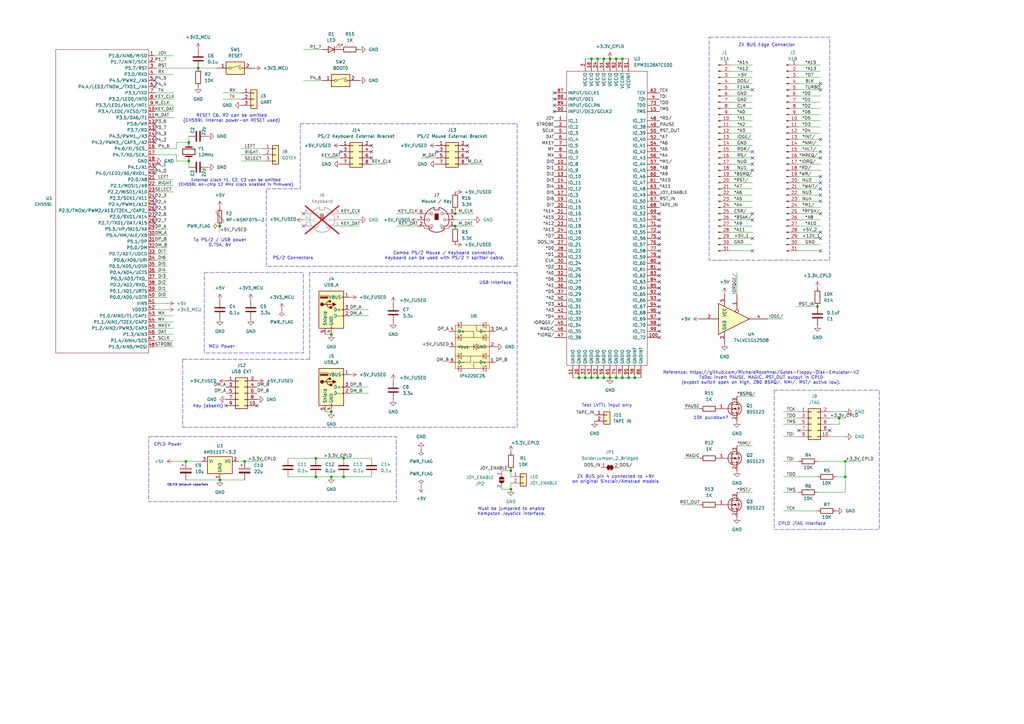
<source format=kicad_sch>
(kicad_sch (version 20231120) (generator "eeschema") (generator_version "8.0")
  (paper "A3")
  (lib_symbols
    (symbol "74xGxx:74LVC1G125"
      (property "Reference" "U" (at -10.16 7.62 0))
      (property "Value" "74LVC1G125" (at 2.54 -7.62 0))
      (symbol "74LVC1G125_1_1"
        (pin input inverted (at 0 10.16 270) (length 7.62) (name "~") (number "1"))
        (pin input line (at -15.24 0 0) (length 7.62) (name "~") (number "2"))
        (pin power_in line (at -5.08 -10.16 90) (length 5.08) (name "GND") (number "3"))
        (pin tri_state line (at 12.7 0 180) (length 7.62) (name "~") (number "4"))
        (pin power_in line (at -5.08 10.16 270) (length 5.08) (name "VCC") (number "5"))
      )
    )
    (symbol "CH559L:CH559L"
      (property "Reference" "U" (at 0 15.24 0))
      (property "Value" "CH559L" (at 0 15.24 0))
      (symbol "CH559L_1_1"
        (pin passive line (at 0 6.35 0) (length 2.54) (name "P1.6/AIN6/MISO") (number "1"))
        (pin passive line (at 0 -16.51 0) (length 2.54) (name "P3.4/LEDC/XCS0/T0") (number "10"))
        (pin passive line (at 0 -19.05 0) (length 2.54) (name "P3.5/DA6/T1") (number "11"))
        (pin passive line (at 0 -21.59 0) (length 2.54) (name "P3.6/WR") (number "12"))
        (pin passive line (at 0 -24.13 0) (length 2.54) (name "P3.7/RD") (number "13"))
        (pin passive line (at 0 -26.67 0) (length 2.54) (name "P4.3/PWM1_/A3") (number "14"))
        (pin passive line (at 0 -29.21 0) (length 2.54) (name "P4.2/PWM3_/CAP3_/A2") (number "15"))
        (pin passive line (at 0 -31.75 0) (length 2.54) (name "P4.6/XI/SCS_") (number "16"))
        (pin passive line (at 0 -34.29 0) (length 2.54) (name "P4.7/X0/SCK_") (number "17"))
        (pin passive line (at 0 -36.83 0) (length 2.54) (name "GND") (number "18"))
        (pin passive line (at 0 -39.37 0) (length 2.54) (name "P4.1/A1") (number "19"))
        (pin passive line (at 0 3.81 0) (length 2.54) (name "P1.7/AIN7/SCK") (number "2"))
        (pin passive line (at 0 -41.91 0) (length 2.54) (name "P4.0/LED2/A0/RXD1_") (number "20"))
        (pin passive line (at 0 -44.45 0) (length 2.54) (name "P2.0/A8") (number "21"))
        (pin passive line (at 0 -46.99 0) (length 2.54) (name "P2.1/MOSI1/A9") (number "22"))
        (pin passive line (at 0 -49.53 0) (length 2.54) (name "P2.2/MISO1/A10") (number "23"))
        (pin passive line (at 0 -52.07 0) (length 2.54) (name "P2.3/SCK1/A11") (number "24"))
        (pin passive line (at 0 -54.61 0) (length 2.54) (name "P2.4/PWM1/A12") (number "25"))
        (pin passive line (at 0 -57.15 0) (length 2.54) (name "P2.5/TNOW/PWM2/A13/T2EX_/CAP2_") (number "26"))
        (pin passive line (at 0 -59.69 0) (length 2.54) (name "P2.6/RXD1/A14") (number "27"))
        (pin passive line (at 0 -62.23 0) (length 2.54) (name "P2.7/TXD1/DA7/A15") (number "28"))
        (pin passive line (at 0 -64.77 0) (length 2.54) (name "P5.5/HP/!A15/XA") (number "29"))
        (pin passive line (at 0 1.27 0) (length 2.54) (name "P5.7/RST") (number "3"))
        (pin passive line (at 0 -67.31 0) (length 2.54) (name "P5.4/HM/ALE/XB") (number "30"))
        (pin passive line (at 0 -69.85 0) (length 2.54) (name "P5.1/DP") (number "31"))
        (pin passive line (at 0 -72.39 0) (length 2.54) (name "P5.0/DM") (number "32"))
        (pin passive line (at 0 -74.93 0) (length 2.54) (name "P0.7/AD7/UDCD") (number "33"))
        (pin passive line (at 0 -77.47 0) (length 2.54) (name "P0.6/AD6/URI") (number "34"))
        (pin passive line (at 0 -80.01 0) (length 2.54) (name "P0.5/AD5/UDSR") (number "35"))
        (pin passive line (at 0 -82.55 0) (length 2.54) (name "P0.4/AD4/UCTS") (number "36"))
        (pin passive line (at 0 -85.09 0) (length 2.54) (name "P0.3/AD3/TXD_") (number "37"))
        (pin passive line (at 0 -87.63 0) (length 2.54) (name "P0.2/AD2/RXD_") (number "38"))
        (pin passive line (at 0 -90.17 0) (length 2.54) (name "P0.1/AD1/URTS") (number "39"))
        (pin passive line (at 0 -1.27 0) (length 2.54) (name "P3.0/RXD") (number "4"))
        (pin passive line (at 0 -92.71 0) (length 2.54) (name "P0.0/AD0/UDTR") (number "40"))
        (pin passive line (at 0 -95.25 0) (length 2.54) (name "VIN5") (number "41"))
        (pin passive line (at 0 -97.79 0) (length 2.54) (name "VDD33") (number "42"))
        (pin passive line (at 0 -100.33 0) (length 2.54) (name "P1.0/AIN0/T1/CAP1") (number "43"))
        (pin passive line (at 0 -102.87 0) (length 2.54) (name "P1.1/AIN1/T2EX/CAP2") (number "44"))
        (pin passive line (at 0 -105.41 0) (length 2.54) (name "P1.2/AIN2/PWM3/CAP3") (number "45"))
        (pin passive line (at 0 -107.95 0) (length 2.54) (name "P1.3/AIN3") (number "46"))
        (pin passive line (at 0 -110.49 0) (length 2.54) (name "P1.4/AIN4/SCS") (number "47"))
        (pin passive line (at 0 -113.03 0) (length 2.54) (name "P1.5/AIN5/MOSI") (number "48"))
        (pin passive line (at 0 -3.81 0) (length 2.54) (name "P4.5/PWM2_/A5") (number "5"))
        (pin passive line (at 0 -6.35 0) (length 2.54) (name "P4.4/LED3/TNOW_/TXD1_/A4") (number "6"))
        (pin passive line (at 0 -8.89 0) (length 2.54) (name "P3.1/TXD") (number "7"))
        (pin passive line (at 0 -11.43 0) (length 2.54) (name "P3.2/LED0/INT0") (number "8"))
        (pin passive line (at 0 -13.97 0) (length 2.54) (name "P3.3/LED1/!A15/INT1") (number "9"))
      )
    )
    (symbol "Connector:Conn_01x31_Male" (pin_names (offset 1.016) hide)
      (property "Reference" "J" (at 0 40.64 0))
      (property "Value" "Conn_01x31_Male" (at 0 -40.64 0))
      (symbol "Conn_01x31_Male_1_1"
        (pin passive line (at 5.08 38.1 180) (length 3.81) (name "Pin_1") (number "1"))
        (pin passive line (at 5.08 15.24 180) (length 3.81) (name "Pin_10") (number "10"))
        (pin passive line (at 5.08 12.7 180) (length 3.81) (name "Pin_11") (number "11"))
        (pin passive line (at 5.08 10.16 180) (length 3.81) (name "Pin_12") (number "12"))
        (pin passive line (at 5.08 7.62 180) (length 3.81) (name "Pin_13") (number "13"))
        (pin passive line (at 5.08 5.08 180) (length 3.81) (name "Pin_14") (number "14"))
        (pin passive line (at 5.08 2.54 180) (length 3.81) (name "Pin_15") (number "15"))
        (pin passive line (at 5.08 0 180) (length 3.81) (name "Pin_16") (number "16"))
        (pin passive line (at 5.08 -2.54 180) (length 3.81) (name "Pin_17") (number "17"))
        (pin passive line (at 5.08 -5.08 180) (length 3.81) (name "Pin_18") (number "18"))
        (pin passive line (at 5.08 -7.62 180) (length 3.81) (name "Pin_19") (number "19"))
        (pin passive line (at 5.08 35.56 180) (length 3.81) (name "Pin_2") (number "2"))
        (pin passive line (at 5.08 -10.16 180) (length 3.81) (name "Pin_20") (number "20"))
        (pin passive line (at 5.08 -12.7 180) (length 3.81) (name "Pin_21") (number "21"))
        (pin passive line (at 5.08 -15.24 180) (length 3.81) (name "Pin_22") (number "22"))
        (pin passive line (at 5.08 -17.78 180) (length 3.81) (name "Pin_23") (number "23"))
        (pin passive line (at 5.08 -20.32 180) (length 3.81) (name "Pin_24") (number "24"))
        (pin passive line (at 5.08 -22.86 180) (length 3.81) (name "Pin_25") (number "25"))
        (pin passive line (at 5.08 -25.4 180) (length 3.81) (name "Pin_26") (number "26"))
        (pin passive line (at 5.08 -27.94 180) (length 3.81) (name "Pin_27") (number "27"))
        (pin passive line (at 5.08 -30.48 180) (length 3.81) (name "Pin_28") (number "28"))
        (pin passive line (at 5.08 -33.02 180) (length 3.81) (name "Pin_29") (number "29"))
        (pin passive line (at 5.08 33.02 180) (length 3.81) (name "Pin_3") (number "3"))
        (pin passive line (at 5.08 -35.56 180) (length 3.81) (name "Pin_30") (number "30"))
        (pin passive line (at 5.08 -38.1 180) (length 3.81) (name "Pin_31") (number "31"))
        (pin passive line (at 5.08 30.48 180) (length 3.81) (name "Pin_4") (number "4"))
        (pin passive line (at 5.08 27.94 180) (length 3.81) (name "Pin_5") (number "5"))
        (pin passive line (at 5.08 25.4 180) (length 3.81) (name "Pin_6") (number "6"))
        (pin passive line (at 5.08 22.86 180) (length 3.81) (name "Pin_7") (number "7"))
        (pin passive line (at 5.08 20.32 180) (length 3.81) (name "Pin_8") (number "8"))
        (pin passive line (at 5.08 17.78 180) (length 3.81) (name "Pin_9") (number "9"))
      )
    )
    (symbol "Connector:Mini-DIN-6" (pin_names (offset 1.016))
      (property "Reference" "J" (at 0 6.35 0))
      (property "Value" "Mini-DIN-6" (at 0 -6.35 0))
      (symbol "Mini-DIN-6_1_1"
        (pin passive line (at 7.62 -2.54 180) (length 2.54) (name "~") (number "1"))
        (pin passive line (at -7.62 -2.54 0) (length 2.54) (name "~") (number "2"))
        (pin passive line (at 7.62 0 180) (length 2.54) (name "~") (number "3"))
        (pin passive line (at -7.62 0 0) (length 2.54) (name "~") (number "4"))
        (pin passive line (at 7.62 2.54 180) (length 2.54) (name "~") (number "5"))
        (pin passive line (at -7.62 2.54 0) (length 2.54) (name "~") (number "6"))
      )
    )
    (symbol "Connector:USB_A" (pin_names (offset 1.016))
      (property "Reference" "J" (at -5.08 11.43 0))
      (property "Value" "USB_A" (at -5.08 8.89 0))
      (symbol "USB_A_1_1"
        (pin power_in line (at 7.62 5.08 180) (length 2.54) (name "VBUS") (number "1"))
        (pin bidirectional line (at 7.62 -2.54 180) (length 2.54) (name "D-") (number "2"))
        (pin bidirectional line (at 7.62 0 180) (length 2.54) (name "D+") (number "3"))
        (pin power_in line (at 0 -10.16 90) (length 2.54) (name "GND") (number "4"))
        (pin passive line (at -2.54 -10.16 90) (length 2.54) (name "Shield") (number "5"))
      )
    )
    (symbol "Connector_Generic:Conn_01x02" (pin_names (offset 1.016) hide)
      (property "Reference" "J" (at 0 2.54 0))
      (property "Value" "Conn_01x02" (at 0 -5.08 0))
      (symbol "Conn_01x02_1_1"
        (pin passive line (at -5.08 0 0) (length 3.81) (name "Pin_1") (number "1"))
        (pin passive line (at -5.08 -2.54 0) (length 3.81) (name "Pin_2") (number "2"))
      )
    )
    (symbol "Connector_Generic:Conn_01x03" (pin_names (offset 1.016) hide)
      (property "Reference" "J" (at 0 5.08 0))
      (property "Value" "Conn_01x03" (at 0 -5.08 0))
      (symbol "Conn_01x03_1_1"
        (pin passive line (at -5.08 2.54 0) (length 3.81) (name "Pin_1") (number "1"))
        (pin passive line (at -5.08 0 0) (length 3.81) (name "Pin_2") (number "2"))
        (pin passive line (at -5.08 -2.54 0) (length 3.81) (name "Pin_3") (number "3"))
      )
    )
    (symbol "Connector_Generic:Conn_02x04_Odd_Even" (pin_names (offset 1.016) hide)
      (property "Reference" "J" (at 1.27 5.08 0))
      (property "Value" "Conn_02x04_Odd_Even" (at 1.27 -7.62 0))
      (symbol "Conn_02x04_Odd_Even_1_1"
        (pin passive line (at -5.08 2.54 0) (length 3.81) (name "Pin_1") (number "1"))
        (pin passive line (at 7.62 2.54 180) (length 3.81) (name "Pin_2") (number "2"))
        (pin passive line (at -5.08 0 0) (length 3.81) (name "Pin_3") (number "3"))
        (pin passive line (at 7.62 0 180) (length 3.81) (name "Pin_4") (number "4"))
        (pin passive line (at -5.08 -2.54 0) (length 3.81) (name "Pin_5") (number "5"))
        (pin passive line (at 7.62 -2.54 180) (length 3.81) (name "Pin_6") (number "6"))
        (pin passive line (at -5.08 -5.08 0) (length 3.81) (name "Pin_7") (number "7"))
        (pin passive line (at 7.62 -5.08 180) (length 3.81) (name "Pin_8") (number "8"))
      )
    )
    (symbol "Connector_Generic:Conn_02x05_Odd_Even" (pin_names (offset 1.016) hide)
      (property "Reference" "J" (at 1.27 7.62 0))
      (property "Value" "Conn_02x05_Odd_Even" (at 1.27 -7.62 0))
      (symbol "Conn_02x05_Odd_Even_1_1"
        (pin passive line (at -5.08 5.08 0) (length 3.81) (name "Pin_1") (number "1"))
        (pin passive line (at 7.62 -5.08 180) (length 3.81) (name "Pin_10") (number "10"))
        (pin passive line (at 7.62 5.08 180) (length 3.81) (name "Pin_2") (number "2"))
        (pin passive line (at -5.08 2.54 0) (length 3.81) (name "Pin_3") (number "3"))
        (pin passive line (at 7.62 2.54 180) (length 3.81) (name "Pin_4") (number "4"))
        (pin passive line (at -5.08 0 0) (length 3.81) (name "Pin_5") (number "5"))
        (pin passive line (at 7.62 0 180) (length 3.81) (name "Pin_6") (number "6"))
        (pin passive line (at -5.08 -2.54 0) (length 3.81) (name "Pin_7") (number "7"))
        (pin passive line (at 7.62 -2.54 180) (length 3.81) (name "Pin_8") (number "8"))
        (pin passive line (at -5.08 -5.08 0) (length 3.81) (name "Pin_9") (number "9"))
      )
    )
    (symbol "Device:C" (pin_numbers hide) (pin_names (offset 0.254))
      (property "Reference" "C" (at 0.635 2.54 0))
      (property "Value" "C" (at 0.635 -2.54 0))
      (symbol "C_1_1"
        (pin passive line (at 0 3.81 270) (length 2.794) (name "~") (number "1"))
        (pin passive line (at 0 -3.81 90) (length 2.794) (name "~") (number "2"))
      )
    )
    (symbol "Device:C_Polarized" (pin_numbers hide) (pin_names (offset 0.254))
      (property "Reference" "C" (at 0.635 2.54 0))
      (property "Value" "C_Polarized" (at 0.635 -2.54 0))
      (symbol "C_Polarized_1_1"
        (pin passive line (at 0 3.81 270) (length 2.794) (name "~") (number "1"))
        (pin passive line (at 0 -3.81 90) (length 2.794) (name "~") (number "2"))
      )
    )
    (symbol "Device:Crystal" (pin_numbers hide) (pin_names (offset 1.016) hide)
      (property "Reference" "Y" (at 0 3.81 0))
      (property "Value" "Crystal" (at 0 -3.81 0))
      (symbol "Crystal_1_1"
        (pin passive line (at -3.81 0 0) (length 1.27) (name "1") (number "1"))
        (pin passive line (at 3.81 0 180) (length 1.27) (name "2") (number "2"))
      )
    )
    (symbol "Device:LED" (pin_numbers hide) (pin_names (offset 1.016) hide)
      (property "Reference" "D" (at 0 2.54 0))
      (property "Value" "LED" (at 0 -2.54 0))
      (symbol "LED_1_1"
        (pin passive line (at -3.81 0 0) (length 2.54) (name "K") (number "1"))
        (pin passive line (at 3.81 0 180) (length 2.54) (name "A") (number "2"))
      )
    )
    (symbol "Device:Polyfuse" (pin_numbers hide) (pin_names (offset 0))
      (property "Reference" "F" (at -2.54 0 90))
      (property "Value" "Polyfuse" (at 2.54 0 90))
      (symbol "Polyfuse_1_1"
        (pin passive line (at 0 3.81 270) (length 1.27) (name "~") (number "1"))
        (pin passive line (at 0 -3.81 90) (length 1.27) (name "~") (number "2"))
      )
    )
    (symbol "Device:R" (pin_numbers hide) (pin_names (offset 0))
      (property "Reference" "R" (at 2.032 0 90))
      (property "Value" "R" (at 0 0 90))
      (symbol "R_1_1"
        (pin passive line (at 0 3.81 270) (length 1.27) (name "~") (number "1"))
        (pin passive line (at 0 -3.81 90) (length 1.27) (name "~") (number "2"))
      )
    )
    (symbol "EPM3128:EPM3128ATC100"
      (property "Reference" "U" (at -17.272 0.762 0))
      (property "Value" "EPM3128ATC100" (at 18.542 0.508 0))
      (symbol "EPM3128ATC100_1_1"
        (pin bidirectional line (at -21.59 -21.59 0) (length 5.08) (name "IO_1") (number "1"))
        (pin bidirectional line (at -21.59 -39.37 0) (length 5.08) (name "IO_8") (number "10"))
        (pin bidirectional line (at 21.59 -110.49 180) (length 5.08) (name "IO_72") (number "100"))
        (pin power_in line (at -13.97 -127 90) (length 5.08) (name "GNDIO") (number "11"))
        (pin bidirectional line (at -21.59 -41.91 0) (length 5.08) (name "IO_9") (number "12"))
        (pin bidirectional line (at -21.59 -44.45 0) (length 5.08) (name "IO_10") (number "13"))
        (pin bidirectional line (at -21.59 -46.99 0) (length 5.08) (name "IO_11") (number "14"))
        (pin input line (at 21.59 -17.78 180) (length 5.08) (name "TMS") (number "15"))
        (pin bidirectional line (at -21.59 -49.53 0) (length 5.08) (name "IO_12") (number "16"))
        (pin bidirectional line (at -21.59 -52.07 0) (length 5.08) (name "IO_3") (number "17"))
        (pin power_in line (at -6.35 3.81 270) (length 5.08) (name "VCCIO") (number "18"))
        (pin bidirectional line (at -21.59 -54.61 0) (length 5.08) (name "IO_14") (number "19"))
        (pin bidirectional line (at -21.59 -24.13 0) (length 5.08) (name "IO_2") (number "2"))
        (pin bidirectional line (at -21.59 -57.15 0) (length 5.08) (name "IO_15") (number "20"))
        (pin bidirectional line (at -21.59 -59.69 0) (length 5.08) (name "IO_16") (number "21"))
        (pin bidirectional line (at -21.59 -62.23 0) (length 5.08) (name "IO_17") (number "22"))
        (pin bidirectional line (at -21.59 -64.77 0) (length 5.08) (name "IO_18") (number "23"))
        (pin bidirectional line (at -21.59 -67.31 0) (length 5.08) (name "IO_19") (number "24"))
        (pin bidirectional line (at -21.59 -69.85 0) (length 5.08) (name "IO_20") (number "25"))
        (pin power_in line (at -11.43 -127 90) (length 5.08) (name "GNDIO") (number "26"))
        (pin bidirectional line (at -21.59 -72.39 0) (length 5.08) (name "IO_21") (number "27"))
        (pin bidirectional line (at -21.59 -74.93 0) (length 5.08) (name "IO_22") (number "28"))
        (pin bidirectional line (at -21.59 -77.47 0) (length 5.08) (name "IO_23") (number "29"))
        (pin power_in line (at -8.89 3.81 270) (length 5.08) (name "VCCIO") (number "3"))
        (pin bidirectional line (at -21.59 -80.01 0) (length 5.08) (name "IO_24") (number "30"))
        (pin bidirectional line (at -21.59 -82.55 0) (length 5.08) (name "IO_25") (number "31"))
        (pin bidirectional line (at -21.59 -85.09 0) (length 5.08) (name "IO_26") (number "32"))
        (pin power_in line (at -8.89 -127 90) (length 5.08) (name "GNDIO") (number "33"))
        (pin power_in line (at -3.81 3.81 270) (length 5.08) (name "VCCIO") (number "34"))
        (pin bidirectional line (at -21.59 -87.63 0) (length 5.08) (name "IO_27") (number "35"))
        (pin bidirectional line (at -21.59 -90.17 0) (length 5.08) (name "IO_28") (number "36"))
        (pin bidirectional line (at -21.59 -92.71 0) (length 5.08) (name "IO_29") (number "37"))
        (pin power_in line (at 11.43 -127 90) (length 5.08) (name "GNDINT") (number "38"))
        (pin power_in line (at 6.35 3.81 270) (length 5.08) (name "VCCINT") (number "39"))
        (pin input line (at 21.59 -12.7 180) (length 5.08) (name "TDI") (number "4"))
        (pin bidirectional line (at -21.59 -95.25 0) (length 5.08) (name "IO_30") (number "40"))
        (pin bidirectional line (at -21.59 -97.79 0) (length 5.08) (name "IO_31") (number "41"))
        (pin bidirectional line (at -21.59 -100.33 0) (length 5.08) (name "IO_32") (number "42"))
        (pin power_in line (at -6.35 -127 90) (length 5.08) (name "GNDIO") (number "43"))
        (pin bidirectional line (at -21.59 -102.87 0) (length 5.08) (name "IO_33") (number "44"))
        (pin bidirectional line (at -21.59 -105.41 0) (length 5.08) (name "IO_34") (number "45"))
        (pin bidirectional line (at -21.59 -107.95 0) (length 5.08) (name "IO_35") (number "46"))
        (pin bidirectional line (at -21.59 -110.49 0) (length 5.08) (name "IO_36") (number "47"))
        (pin bidirectional line (at 21.59 -21.59 180) (length 5.08) (name "IO_37") (number "48"))
        (pin bidirectional line (at 21.59 -24.13 180) (length 5.08) (name "IO_38") (number "49"))
        (pin bidirectional line (at -21.59 -26.67 0) (length 5.08) (name "IO_3") (number "5"))
        (pin bidirectional line (at 21.59 -26.67 180) (length 5.08) (name "IO_39") (number "50"))
        (pin power_in line (at -1.27 3.81 270) (length 5.08) (name "VCCIO") (number "51"))
        (pin bidirectional line (at 21.59 -29.21 180) (length 5.08) (name "IO_40") (number "52"))
        (pin power_in line (at -3.81 -127 90) (length 5.08) (name "GNDIO") (number "53"))
        (pin bidirectional line (at 21.59 -31.75 180) (length 5.08) (name "IO_41") (number "54"))
        (pin bidirectional line (at 21.59 -34.29 180) (length 5.08) (name "IO_42") (number "55"))
        (pin bidirectional line (at 21.59 -36.83 180) (length 5.08) (name "IO_43") (number "56"))
        (pin bidirectional line (at 21.59 -39.37 180) (length 5.08) (name "IO_44") (number "57"))
        (pin bidirectional line (at 21.59 -41.91 180) (length 5.08) (name "IO_45") (number "58"))
        (pin power_in line (at -1.27 -127 90) (length 5.08) (name "GNDIO") (number "59"))
        (pin bidirectional line (at -21.59 -29.21 0) (length 5.08) (name "IO_4") (number "6"))
        (pin bidirectional line (at 21.59 -44.45 180) (length 5.08) (name "IO_46") (number "60"))
        (pin bidirectional line (at 21.59 -46.99 180) (length 5.08) (name "IO_47") (number "61"))
        (pin input line (at 21.59 -10.16 180) (length 5.08) (name "TCK") (number "62"))
        (pin bidirectional line (at 21.59 -49.53 180) (length 5.08) (name "IO_48") (number "63"))
        (pin bidirectional line (at 21.59 -52.07 180) (length 5.08) (name "IO_49") (number "64"))
        (pin power_in line (at 1.27 -127 90) (length 5.08) (name "GNDIO") (number "65"))
        (pin power_in line (at 1.27 3.81 270) (length 5.08) (name "VCCIO") (number "66"))
        (pin bidirectional line (at 21.59 -54.61 180) (length 5.08) (name "IO_50") (number "67"))
        (pin bidirectional line (at 21.59 -57.15 180) (length 5.08) (name "IO_51") (number "68"))
        (pin bidirectional line (at 21.59 -59.69 180) (length 5.08) (name "IO_52") (number "69"))
        (pin bidirectional line (at -21.59 -31.75 0) (length 5.08) (name "IO_5") (number "7"))
        (pin bidirectional line (at 21.59 -62.23 180) (length 5.08) (name "IO_53") (number "70"))
        (pin bidirectional line (at 21.59 -64.77 180) (length 5.08) (name "IO_54") (number "71"))
        (pin bidirectional line (at 21.59 -67.31 180) (length 5.08) (name "IO_55") (number "72"))
        (pin bidirectional line (at 21.59 -15.24 180) (length 5.08) (name "TDO") (number "73"))
        (pin power_in line (at 3.81 -127 90) (length 5.08) (name "GNDIO") (number "74"))
        (pin bidirectional line (at 21.59 -69.85 180) (length 5.08) (name "IO_56") (number "75"))
        (pin bidirectional line (at 21.59 -72.39 180) (length 5.08) (name "IO_57") (number "76"))
        (pin bidirectional line (at 21.59 -74.93 180) (length 5.08) (name "IO_58") (number "77"))
        (pin power_in line (at 6.35 -127 90) (length 5.08) (name "GNDIO") (number "78"))
        (pin bidirectional line (at 21.59 -77.47 180) (length 5.08) (name "IO_59") (number "79"))
        (pin bidirectional line (at -21.59 -34.29 0) (length 5.08) (name "IO_6") (number "8"))
        (pin bidirectional line (at 21.59 -80.01 180) (length 5.08) (name "IO_60") (number "80"))
        (pin bidirectional line (at 21.59 -82.55 180) (length 5.08) (name "IO_61") (number "81"))
        (pin power_in line (at 3.81 3.81 270) (length 5.08) (name "VCCIO") (number "82"))
        (pin bidirectional line (at 21.59 -85.09 180) (length 5.08) (name "IO_62") (number "83"))
        (pin bidirectional line (at 21.59 -87.63 180) (length 5.08) (name "IO_63") (number "84"))
        (pin bidirectional line (at 21.59 -90.17 180) (length 5.08) (name "IO_64") (number "85"))
        (pin power_in line (at 13.97 -127 90) (length 5.08) (name "GNDINT") (number "86"))
        (pin input line (at -21.59 -10.16 0) (length 5.08) (name "INPUT/GCLK1") (number "87"))
        (pin input line (at -21.59 -12.7 0) (length 5.08) (name "INPUT/OE1") (number "88"))
        (pin input line (at -21.59 -15.24 0) (length 5.08) (name "INPUT/GCLRN") (number "89"))
        (pin bidirectional line (at -21.59 -36.83 0) (length 5.08) (name "IO_7") (number "9"))
        (pin input line (at -21.59 -17.78 0) (length 5.08) (name "INPUT/OE2/GCLK2") (number "90"))
        (pin power_in line (at 8.89 3.81 270) (length 5.08) (name "VCCINT") (number "91"))
        (pin bidirectional line (at 21.59 -92.71 180) (length 5.08) (name "IO_65") (number "92"))
        (pin bidirectional line (at 21.59 -95.25 180) (length 5.08) (name "IO_66") (number "93"))
        (pin bidirectional line (at 21.59 -97.79 180) (length 5.08) (name "IO_67") (number "94"))
        (pin power_in line (at 8.89 -127 90) (length 5.08) (name "GNDIO") (number "95"))
        (pin bidirectional line (at 21.59 -100.33 180) (length 5.08) (name "IO_68") (number "96"))
        (pin bidirectional line (at 21.59 -102.87 180) (length 5.08) (name "IO_69") (number "97"))
        (pin bidirectional line (at 21.59 -105.41 180) (length 5.08) (name "IO_70") (number "98"))
        (pin bidirectional line (at 21.59 -107.95 180) (length 5.08) (name "IO_71") (number "99"))
      )
    )
    (symbol "IP4220CZ6:IP4220CZ6" (pin_names (offset 1.016))
      (property "Reference" "U6" (at 0 24.13 0))
      (property "Value" "IP4220CZ6" (at -0.635 23.4696 0))
      (symbol "IP4220CZ6_1_1"
        (pin bidirectional line (at 8.89 5.08 180) (length 2.54) (name "D+") (number "1"))
        (pin power_in line (at 8.89 11.43 180) (length 2.54) (name "GND") (number "2"))
        (pin bidirectional line (at 8.89 17.78 180) (length 2.54) (name "D-") (number "3"))
        (pin bidirectional line (at -10.16 17.78 0) (length 2.54) (name "D+") (number "4"))
        (pin power_in line (at -10.16 11.43 0) (length 2.54) (name "Vbus") (number "5"))
        (pin bidirectional line (at -10.16 5.08 0) (length 2.54) (name "D-") (number "6"))
      )
    )
    (symbol "Jumper:SolderJumper_2_Bridged" (pin_names (offset 0) hide)
      (property "Reference" "JP" (at 0 2.032 0))
      (property "Value" "SolderJumper_2_Bridged" (at 0 -2.54 0))
      (symbol "SolderJumper_2_Bridged_1_1"
        (pin passive line (at -3.81 0 0) (length 2.54) (name "A") (number "1"))
        (pin passive line (at 3.81 0 180) (length 2.54) (name "B") (number "2"))
      )
    )
    (symbol "Jumper:SolderJumper_2_Open" (pin_names (offset 0) hide)
      (property "Reference" "JP" (at 0 2.032 0))
      (property "Value" "SolderJumper_2_Open" (at 0 -2.54 0))
      (symbol "SolderJumper_2_Open_1_1"
        (pin passive line (at -3.81 0 0) (length 2.54) (name "A") (number "1"))
        (pin passive line (at 3.81 0 180) (length 2.54) (name "B") (number "2"))
      )
    )
    (symbol "Regulator_Linear:AMS1117-3.3"
      (property "Reference" "U" (at -3.81 3.175 0))
      (property "Value" "AMS1117-3.3" (at 0 3.175 0))
      (symbol "AMS1117-3.3_1_1"
        (pin power_in line (at 0 -7.62 90) (length 2.54) (name "GND") (number "1"))
        (pin power_out line (at 7.62 0 180) (length 2.54) (name "VO") (number "2"))
        (pin power_in line (at -7.62 0 0) (length 2.54) (name "VI") (number "3"))
      )
    )
    (symbol "Switch:SW_DIP_x01" (pin_names (offset 0) hide)
      (property "Reference" "SW" (at 0 3.81 0))
      (property "Value" "SW_DIP_x01" (at 0 -3.81 0))
      (symbol "SW_DIP_x01_1_1"
        (pin passive line (at -7.62 0 0) (length 5.08) (name "~") (number "1"))
        (pin passive line (at 7.62 0 180) (length 5.08) (name "~") (number "2"))
      )
    )
    (symbol "Transistor_FET:BSS123" (pin_names hide)
      (property "Reference" "Q" (at 5.08 1.905 0))
      (property "Value" "BSS123" (at 5.08 0 0))
      (symbol "BSS123_1_1"
        (pin input line (at -5.08 0 0) (length 2.54) (name "G") (number "1"))
        (pin passive line (at 2.54 -5.08 90) (length 2.54) (name "S") (number "2"))
        (pin passive line (at 2.54 5.08 270) (length 2.54) (name "D") (number "3"))
      )
    )
    (symbol "power:+3.3V" (power) (pin_numbers hide) (pin_names (offset 0) hide)
      (property "Value" "+3.3V" (at 0 3.556 0))
      (symbol "+3.3V_1_1"
        (pin power_in line (at 0 0 90) (length 0) (name "~") (number "1"))
      )
    )
    (symbol "power:+3V3" (power) (pin_numbers hide) (pin_names (offset 0) hide)
      (property "Value" "+3V3" (at 0 3.556 0))
      (symbol "+3V3_1_1"
        (pin power_in line (at 0 0 90) (length 0) (name "~") (number "1"))
      )
    )
    (symbol "power:+5V" (power) (pin_numbers hide) (pin_names (offset 0) hide)
      (property "Value" "+5V" (at 0 3.556 0))
      (symbol "+5V_1_1"
        (pin power_in line (at 0 0 90) (length 0) (name "~") (number "1"))
      )
    )
    (symbol "power:GND" (power) (pin_numbers hide) (pin_names (offset 0) hide)
      (property "Value" "GND" (at 0 -3.81 0))
      (symbol "GND_1_1"
        (pin power_in line (at 0 0 270) (length 0) (name "~") (number "1"))
      )
    )
    (symbol "power:PWR_FLAG" (power) (pin_numbers hide) (pin_names (offset 0) hide)
      (property "Value" "PWR_FLAG" (at 0 3.81 0))
      (symbol "PWR_FLAG_0_0"
        (pin power_out line (at 0 0 90) (length 0) (name "~") (number "1"))
      )
    )
    (symbol "power:VCC" (power) (pin_numbers hide) (pin_names (offset 0) hide)
      (property "Value" "VCC" (at 0 3.556 0))
      (symbol "VCC_1_1"
        (pin power_in line (at 0 0 90) (length 0) (name "~") (number "1"))
      )
    )
  )
  (junction (at 135.89 195.58))
  (junction (at 335.28 125.73))
  (junction (at 186.69 92.71))
  (junction (at 140.97 187.96))
  (junction (at 255.27 154.94))
  (junction (at 209.55 200.66))
  (junction (at 252.73 154.94))
  (junction (at 129.54 187.96))
  (junction (at 186.69 87.63))
  (junction (at 247.65 154.94))
  (junction (at 257.81 154.94))
  (junction (at 247.65 24.13))
  (junction (at 245.11 154.94))
  (junction (at 140.97 195.58))
  (junction (at 255.27 24.13))
  (junction (at 81.28 27.94))
  (junction (at 344.17 171.45))
  (junction (at 77.47 58.42))
  (junction (at 90.17 92.71))
  (junction (at 77.47 66.04))
  (junction (at 129.54 195.58))
  (junction (at 135.89 137.16))
  (junction (at 250.19 154.94))
  (junction (at 260.35 154.94))
  (junction (at 346.71 189.23))
  (junction (at 250.19 24.13))
  (junction (at 237.49 154.94))
  (junction (at 346.71 195.58))
  (junction (at 90.17 196.85))
  (junction (at 135.89 168.91))
  (junction (at 245.11 24.13))
  (junction (at 209.55 193.04))
  (junction (at 252.73 24.13))
  (junction (at 100.33 189.23))
  (junction (at 242.57 154.94))
  (junction (at 76.2 189.23))
  (junction (at 240.03 154.94))
  (junction (at 242.57 24.13))
  (no_connect (at 63.5 53.34))
  (no_connect (at 270.51 123.19))
  (no_connect (at 124.46 92.71))
  (no_connect (at 270.51 97.79))
  (no_connect (at 336.55 95.25))
  (no_connect (at 308.61 67.31))
  (no_connect (at 270.51 130.81))
  (no_connect (at 63.5 33.02))
  (no_connect (at 63.5 68.58))
  (no_connect (at 63.5 88.9))
  (no_connect (at 270.51 110.49))
  (no_connect (at 270.51 102.87))
  (no_connect (at 336.55 36.83))
  (no_connect (at 336.55 102.87))
  (no_connect (at 227.33 38.1))
  (no_connect (at 63.5 91.44))
  (no_connect (at 336.55 77.47))
  (no_connect (at 308.61 69.85))
  (no_connect (at 191.77 64.77))
  (no_connect (at 308.61 62.23))
  (no_connect (at 270.51 105.41))
  (no_connect (at 152.4 64.77))
  (no_connect (at 340.36 176.53))
  (no_connect (at 308.61 90.17))
  (no_connect (at 270.51 135.89))
  (no_connect (at 124.46 87.63))
  (no_connect (at 227.33 43.18))
  (no_connect (at 336.55 82.55))
  (no_connect (at 270.51 100.33))
  (no_connect (at 270.51 95.25))
  (no_connect (at 152.4 59.69))
  (no_connect (at 63.5 55.88))
  (no_connect (at 308.61 87.63))
  (no_connect (at 63.5 83.82))
  (no_connect (at 227.33 40.64))
  (no_connect (at 270.51 133.35))
  (no_connect (at 308.61 97.79))
  (no_connect (at 308.61 64.77))
  (no_connect (at 63.5 58.42))
  (no_connect (at 270.51 125.73))
  (no_connect (at 270.51 138.43))
  (no_connect (at 92.71 166.37))
  (no_connect (at 270.51 87.63))
  (no_connect (at 105.41 166.37))
  (no_connect (at 270.51 128.27))
  (no_connect (at 179.07 62.23))
  (no_connect (at 227.33 45.72))
  (no_connect (at 63.5 71.12))
  (no_connect (at 191.77 59.69))
  (no_connect (at 63.5 86.36))
  (no_connect (at 336.55 72.39))
  (no_connect (at 191.77 62.23))
  (no_connect (at 270.51 90.17))
  (no_connect (at 336.55 57.15))
  (no_connect (at 336.55 80.01))
  (no_connect (at 336.55 64.77))
  (no_connect (at 139.7 62.23))
  (no_connect (at 336.55 97.79))
  (no_connect (at 63.5 81.28))
  (no_connect (at 270.51 92.71))
  (no_connect (at 308.61 102.87))
  (no_connect (at 270.51 120.65))
  (no_connect (at 336.55 87.63))
  (no_connect (at 63.5 35.56))
  (no_connect (at 336.55 62.23))
  (no_connect (at 270.51 115.57))
  (no_connect (at 270.51 113.03))
  (no_connect (at 336.55 34.29))
  (no_connect (at 152.4 62.23))
  (no_connect (at 308.61 36.83))
  (no_connect (at 327.66 176.53))
  (no_connect (at 63.5 50.8))
  (no_connect (at 270.51 118.11))
  (no_connect (at 270.51 107.95))
  (no_connect (at 336.55 74.93))
  (wire (pts (xy 327.66 72.39) (xy 336.55 72.39)))
  (polyline (pts (xy 123.19 50.8) (xy 123.19 77.47)) (stroke (width 0) (type dash)))
  (wire (pts (xy 327.66 77.47) (xy 336.55 77.47)))
  (wire (pts (xy 299.72 36.83) (xy 308.61 36.83)))
  (wire (pts (xy 240.03 154.94) (xy 242.57 154.94)))
  (wire (pts (xy 346.71 201.93) (xy 346.71 195.58)))
  (wire (pts (xy 299.72 62.23) (xy 308.61 62.23)))
  (wire (pts (xy 299.72 26.67) (xy 308.61 26.67)))
  (wire (pts (xy 68.58 127) (xy 63.5 127)))
  (wire (pts (xy 327.66 41.91) (xy 336.55 41.91)))
  (wire (pts (xy 299.72 57.15) (xy 308.61 57.15)))
  (wire (pts (xy 302.26 182.88) (xy 308.61 182.88)))
  (wire (pts (xy 299.72 102.87) (xy 308.61 102.87)))
  (wire (pts (xy 140.97 195.58) (xy 152.4 195.58)))
  (wire (pts (xy 327.66 36.83) (xy 336.55 36.83)))
  (wire (pts (xy 346.71 189.23) (xy 346.71 195.58)))
  (wire (pts (xy 209.55 200.66) (xy 209.55 198.12)))
  (wire (pts (xy 63.5 109.22) (xy 68.58 109.22)))
  (wire (pts (xy 129.54 187.96) (xy 140.97 187.96)))
  (wire (pts (xy 327.66 29.21) (xy 336.55 29.21)))
  (wire (pts (xy 143.51 161.29) (xy 151.13 161.29)))
  (wire (pts (xy 124.46 33.02) (xy 132.08 33.02)))
  (wire (pts (xy 321.31 209.55) (xy 335.28 209.55)))
  (wire (pts (xy 255.27 24.13) (xy 257.81 24.13)))
  (wire (pts (xy 143.51 158.75) (xy 151.13 158.75)))
  (wire (pts (xy 327.66 52.07) (xy 336.55 52.07)))
  (wire (pts (xy 63.5 139.7) (xy 71.12 139.7)))
  (polyline (pts (xy 109.22 109.22) (xy 109.22 77.47)) (stroke (width 0) (type dash)))
  (wire (pts (xy 302.26 162.56) (xy 309.88 162.56)))
  (wire (pts (xy 299.72 59.69) (xy 308.61 59.69)))
  (wire (pts (xy 63.5 101.6) (xy 68.58 101.6)))
  (wire (pts (xy 63.5 116.84) (xy 68.58 116.84)))
  (wire (pts (xy 327.66 74.93) (xy 336.55 74.93)))
  (wire (pts (xy 327.66 34.29) (xy 336.55 34.29)))
  (wire (pts (xy 63.5 99.06) (xy 68.58 99.06)))
  (wire (pts (xy 152.4 67.31) (xy 158.75 67.31)))
  (wire (pts (xy 205.74 193.04) (xy 209.55 193.04)))
  (wire (pts (xy 327.66 85.09) (xy 336.55 85.09)))
  (wire (pts (xy 327.66 39.37) (xy 336.55 39.37)))
  (wire (pts (xy 299.72 52.07) (xy 308.61 52.07)))
  (wire (pts (xy 133.35 168.91) (xy 135.89 168.91)))
  (wire (pts (xy 242.57 24.13) (xy 245.11 24.13)))
  (wire (pts (xy 247.65 154.94) (xy 250.19 154.94)))
  (wire (pts (xy 63.5 40.64) (xy 71.12 40.64)))
  (wire (pts (xy 314.96 130.81) (xy 321.31 130.81)))
  (wire (pts (xy 321.31 189.23) (xy 327.66 189.23)))
  (wire (pts (xy 326.39 125.73) (xy 335.28 125.73)))
  (wire (pts (xy 63.5 132.08) (xy 71.12 132.08)))
  (wire (pts (xy 63.5 129.54) (xy 71.12 129.54)))
  (wire (pts (xy 68.58 124.46) (xy 63.5 124.46)))
  (wire (pts (xy 299.72 34.29) (xy 308.61 34.29)))
  (polyline (pts (xy 212.09 50.8) (xy 212.09 109.22)) (stroke (width 0) (type dash)))
  (wire (pts (xy 327.66 49.53) (xy 336.55 49.53)))
  (wire (pts (xy 133.35 137.16) (xy 135.89 137.16)))
  (wire (pts (xy 327.66 92.71) (xy 336.55 92.71)))
  (polyline (pts (xy 74.93 147.32) (xy 74.93 175.26)) (stroke (width 0) (type dash)))
  (wire (pts (xy 139.7 92.71) (xy 147.32 92.71)))
  (wire (pts (xy 299.72 64.77) (xy 308.61 64.77)))
  (wire (pts (xy 63.5 48.26) (xy 71.12 48.26)))
  (wire (pts (xy 327.66 90.17) (xy 336.55 90.17)))
  (wire (pts (xy 327.66 46.99) (xy 336.55 46.99)))
  (wire (pts (xy 63.5 43.18) (xy 71.12 43.18)))
  (wire (pts (xy 63.5 96.52) (xy 68.58 96.52)))
  (wire (pts (xy 279.4 207.01) (xy 287.02 207.01)))
  (wire (pts (xy 234.95 154.94) (xy 237.49 154.94)))
  (wire (pts (xy 299.72 90.17) (xy 308.61 90.17)))
  (wire (pts (xy 63.5 76.2) (xy 71.12 76.2)))
  (wire (pts (xy 340.36 179.07) (xy 346.71 179.07)))
  (wire (pts (xy 299.72 44.45) (xy 308.61 44.45)))
  (wire (pts (xy 63.5 104.14) (xy 68.58 104.14)))
  (wire (pts (xy 335.28 201.93) (xy 346.71 201.93)))
  (wire (pts (xy 71.12 189.23) (xy 76.2 189.23)))
  (wire (pts (xy 63.5 73.66) (xy 71.12 73.66)))
  (wire (pts (xy 99.06 63.5) (xy 107.95 63.5)))
  (wire (pts (xy 280.67 167.64) (xy 287.02 167.64)))
  (wire (pts (xy 139.7 87.63) (xy 147.32 87.63)))
  (wire (pts (xy 240.03 24.13) (xy 242.57 24.13)))
  (wire (pts (xy 77.47 55.88) (xy 77.47 58.42)))
  (wire (pts (xy 299.72 69.85) (xy 308.61 69.85)))
  (wire (pts (xy 88.9 27.94) (xy 81.28 27.94)))
  (wire (pts (xy 299.72 46.99) (xy 308.61 46.99)))
  (wire (pts (xy 327.66 62.23) (xy 336.55 62.23)))
  (wire (pts (xy 299.72 49.53) (xy 308.61 49.53)))
  (wire (pts (xy 299.72 29.21) (xy 308.61 29.21)))
  (wire (pts (xy 344.17 173.99) (xy 344.17 171.45)))
  (wire (pts (xy 327.66 54.61) (xy 336.55 54.61)))
  (wire (pts (xy 247.65 24.13) (xy 250.19 24.13)))
  (wire (pts (xy 63.5 27.94) (xy 81.28 27.94)))
  (wire (pts (xy 340.36 173.99) (xy 344.17 173.99)))
  (wire (pts (xy 63.5 137.16) (xy 71.12 137.16)))
  (wire (pts (xy 63.5 142.24) (xy 71.12 142.24)))
  (wire (pts (xy 99.06 66.04) (xy 107.95 66.04)))
  (wire (pts (xy 327.66 44.45) (xy 336.55 44.45)))
  (wire (pts (xy 143.51 127) (xy 151.13 127)))
  (wire (pts (xy 342.9 195.58) (xy 346.71 195.58)))
  (wire (pts (xy 299.72 67.31) (xy 308.61 67.31)))
  (wire (pts (xy 162.56 87.63) (xy 171.45 87.63)))
  (wire (pts (xy 118.11 195.58) (xy 129.54 195.58)))
  (wire (pts (xy 63.5 38.1) (xy 71.12 38.1)))
  (wire (pts (xy 72.39 60.96) (xy 72.39 58.42)))
  (polyline (pts (xy 127 111.76) (xy 127 147.32)) (stroke (width 0) (type dash)))
  (polyline (pts (xy 123.19 50.8) (xy 212.09 50.8)) (stroke (width 0) (type dash)))
  (wire (pts (xy 280.67 187.96) (xy 287.02 187.96)))
  (wire (pts (xy 299.72 80.01) (xy 308.61 80.01)))
  (wire (pts (xy 63.5 121.92) (xy 68.58 121.92)))
  (wire (pts (xy 299.72 74.93) (xy 308.61 74.93)))
  (wire (pts (xy 327.66 69.85) (xy 336.55 69.85)))
  (wire (pts (xy 299.72 72.39) (xy 308.61 72.39)))
  (wire (pts (xy 186.69 92.71) (xy 194.31 92.71)))
  (wire (pts (xy 327.66 82.55) (xy 336.55 82.55)))
  (wire (pts (xy 299.72 77.47) (xy 308.61 77.47)))
  (wire (pts (xy 91.44 38.1) (xy 99.06 38.1)))
  (wire (pts (xy 63.5 30.48) (xy 71.12 30.48)))
  (polyline (pts (xy 74.93 175.26) (xy 212.09 175.26)) (stroke (width 0) (type dash)))
  (wire (pts (xy 135.89 195.58) (xy 140.97 195.58)))
  (wire (pts (xy 76.2 196.85) (xy 90.17 196.85)))
  (wire (pts (xy 245.11 24.13) (xy 247.65 24.13)))
  (wire (pts (xy 133.35 64.77) (xy 139.7 64.77)))
  (wire (pts (xy 252.73 24.13) (xy 255.27 24.13)))
  (wire (pts (xy 118.11 187.96) (xy 129.54 187.96)))
  (wire (pts (xy 299.72 85.09) (xy 308.61 85.09)))
  (wire (pts (xy 340.36 168.91) (xy 346.71 168.91)))
  (wire (pts (xy 299.72 100.33) (xy 308.61 100.33)))
  (wire (pts (xy 327.66 97.79) (xy 336.55 97.79)))
  (wire (pts (xy 299.72 87.63) (xy 308.61 87.63)))
  (wire (pts (xy 242.57 154.94) (xy 245.11 154.94)))
  (wire (pts (xy 299.72 97.79) (xy 308.61 97.79)))
  (wire (pts (xy 143.51 129.54) (xy 151.13 129.54)))
  (wire (pts (xy 302.26 201.93) (xy 308.61 201.93)))
  (wire (pts (xy 299.72 82.55) (xy 308.61 82.55)))
  (wire (pts (xy 63.5 134.62) (xy 71.12 134.62)))
  (wire (pts (xy 90.17 92.71) (xy 90.17 95.25)))
  (wire (pts (xy 186.69 87.63) (xy 194.31 87.63)))
  (wire (pts (xy 257.81 154.94) (xy 260.35 154.94)))
  (wire (pts (xy 63.5 93.98) (xy 68.58 93.98)))
  (wire (pts (xy 162.56 92.71) (xy 171.45 92.71)))
  (wire (pts (xy 327.66 26.67) (xy 336.55 26.67)))
  (wire (pts (xy 327.66 67.31) (xy 336.55 67.31)))
  (polyline (pts (xy 109.22 77.47) (xy 123.19 77.47)) (stroke (width 0) (type dash)))
  (wire (pts (xy 299.72 92.71) (xy 308.61 92.71)))
  (wire (pts (xy 97.79 189.23) (xy 100.33 189.23)))
  (wire (pts (xy 63.5 45.72) (xy 71.12 45.72)))
  (wire (pts (xy 327.66 100.33) (xy 336.55 100.33)))
  (wire (pts (xy 344.17 171.45) (xy 346.71 171.45)))
  (wire (pts (xy 299.72 41.91) (xy 308.61 41.91)))
  (polyline (pts (xy 212.09 109.22) (xy 109.22 109.22)) (stroke (width 0) (type dash)))
  (wire (pts (xy 100.33 189.23) (xy 107.95 189.23)))
  (wire (pts (xy 63.5 63.5) (xy 72.39 63.5)))
  (wire (pts (xy 299.72 54.61) (xy 308.61 54.61)))
  (wire (pts (xy 302.26 111.76) (xy 302.26 120.65)))
  (wire (pts (xy 186.69 86.36) (xy 186.69 87.63)))
  (wire (pts (xy 327.66 102.87) (xy 336.55 102.87)))
  (wire (pts (xy 327.66 59.69) (xy 336.55 59.69)))
  (wire (pts (xy 124.46 20.32) (xy 132.08 20.32)))
  (wire (pts (xy 72.39 66.04) (xy 77.47 66.04)))
  (wire (pts (xy 140.97 187.96) (xy 152.4 187.96)))
  (wire (pts (xy 327.66 95.25) (xy 336.55 95.25)))
  (wire (pts (xy 321.31 173.99) (xy 327.66 173.99)))
  (wire (pts (xy 191.77 67.31) (xy 198.12 67.31)))
  (wire (pts (xy 327.66 31.75) (xy 336.55 31.75)))
  (wire (pts (xy 63.5 22.86) (xy 71.12 22.86)))
  (wire (pts (xy 147.32 90.17) (xy 139.7 90.17)))
  (wire (pts (xy 91.44 40.64) (xy 99.06 40.64)))
  (wire (pts (xy 321.31 201.93) (xy 327.66 201.93)))
  (polyline (pts (xy 212.09 111.76) (xy 127 111.76)) (stroke (width 0) (type dash)))
  (wire (pts (xy 321.31 179.07) (xy 327.66 179.07)))
  (wire (pts (xy 321.31 195.58) (xy 335.28 195.58)))
  (wire (pts (xy 129.54 195.58) (xy 135.89 195.58)))
  (wire (pts (xy 321.31 168.91) (xy 327.66 168.91)))
  (wire (pts (xy 209.55 193.04) (xy 209.55 195.58)))
  (wire (pts (xy 327.66 87.63) (xy 336.55 87.63)))
  (wire (pts (xy 194.31 90.17) (xy 186.69 90.17)))
  (wire (pts (xy 72.39 63.5) (xy 72.39 66.04)))
  (wire (pts (xy 77.47 68.58) (xy 77.47 66.04)))
  (wire (pts (xy 72.39 58.42) (xy 77.47 58.42)))
  (wire (pts (xy 63.5 106.68) (xy 68.58 106.68)))
  (wire (pts (xy 90.17 196.85) (xy 100.33 196.85)))
  (wire (pts (xy 327.66 64.77) (xy 336.55 64.77)))
  (wire (pts (xy 250.19 24.13) (xy 252.73 24.13)))
  (wire (pts (xy 63.5 111.76) (xy 68.58 111.76)))
  (wire (pts (xy 299.72 31.75) (xy 308.61 31.75)))
  (wire (pts (xy 340.36 171.45) (xy 344.17 171.45)))
  (wire (pts (xy 299.72 39.37) (xy 308.61 39.37)))
  (polyline (pts (xy 127 147.32) (xy 74.93 147.32)) (stroke (width 0) (type dash)))
  (polyline (pts (xy 212.09 175.26) (xy 212.09 111.76)) (stroke (width 0) (type dash)))
  (wire (pts (xy 321.31 171.45) (xy 327.66 171.45)))
  (wire (pts (xy 63.5 119.38) (xy 68.58 119.38)))
  (wire (pts (xy 346.71 189.23) (xy 353.06 189.23)))
  (wire (pts (xy 255.27 154.94) (xy 257.81 154.94)))
  (wire (pts (xy 76.2 189.23) (xy 82.55 189.23)))
  (wire (pts (xy 99.06 60.96) (xy 107.95 60.96)))
  (wire (pts (xy 252.73 154.94) (xy 255.27 154.94)))
  (wire (pts (xy 299.72 95.25) (xy 308.61 95.25)))
  (wire (pts (xy 237.49 154.94) (xy 240.03 154.94)))
  (wire (pts (xy 172.72 64.77) (xy 179.07 64.77)))
  (wire (pts (xy 327.66 80.01) (xy 336.55 80.01)))
  (wire (pts (xy 205.74 200.66) (xy 209.55 200.66)))
  (wire (pts (xy 335.28 189.23) (xy 346.71 189.23)))
  (wire (pts (xy 63.5 60.96) (xy 72.39 60.96)))
  (wire (pts (xy 260.35 154.94) (xy 262.89 154.94)))
  (wire (pts (xy 327.66 57.15) (xy 336.55 57.15)))
  (wire (pts (xy 63.5 78.74) (xy 71.12 78.74)))
  (wire (pts (xy 63.5 114.3) (xy 68.58 114.3)))
  (wire (pts (xy 245.11 154.94) (xy 247.65 154.94)))
  (wire (pts (xy 250.19 154.94) (xy 252.73 154.94)))
  (rectangle (start 317.5 160.02) (end 360.68 217.17) (stroke (width 0) (type dash)))
  (rectangle (start 83.82 111.76) (end 124.46 144.78) (stroke (width 0) (type dash)))
  (rectangle (start 60.96 179.07) (end 162.56 205.74) (stroke (width 0) (type dash)))
  (rectangle (start 290.83 15.24) (end 340.36 106.68) (stroke (width 0) (type dash)))
  (text "ZX BUS Edge Connector" (at 314.452 18.542 0) (effects (font (size 1.27 1.27))))
  (text "CPLD Power" (at 68.834 182.372 0) (effects (font (size 1.27 1.27))))
  (text "Must be jumpered to enable\nKempston Joystick interface." (at 209.804 209.804 0) (effects (font (size 1.27 1.27))))
  (text "External clock Y1, C2, C3 can be omitted\n(CH559L on-chip 12 MHz clock enabled in firmware)" (at 96.774 74.93 0) (effects (font (size 1.143 1.143))))
  (text "USB Interface" (at 203.2 116.078 0) (effects (font (size 1.27 1.27))))
  (text "Key (absent)" (at 85.344 166.624 0) (effects (font (size 1.27 1.27))))
  (text "Reference: https://github.com/RichardRozehnal/Gotek-Floppy-Disk-Emulator-V2\nToDo: invert PAUSE, MAGIC, RST_OUT output in CPLD\n(expect switch open on high, Z80 BSRQ/, NMI/, RST/ active low)." (at 312.166 154.94 0) (effects (font (size 1.27 1.27))))
  (text "MCU Power" (at 90.932 142.24 0) (effects (font (size 1.27 1.27))))
  (text "RESET C6, R2 can be omitted\n(CH559L internal power-on RESET used)" (at 94.996 48.514 0) (effects (font (size 1.27 1.27))))
  (text "CPLD JTAG Interface" (at 328.93 214.884 0) (effects (font (size 1.27 1.27))))
  (text "ZX BUS pin 4 connected to +9V\non original Sinclair/Amstrad models" (at 252.476 196.596 0) (effects (font (size 1.27 1.27))))
  (text "Combo PS/2 Mouse / Keyboard connector.\nKeyboard can be used with PS/2 Y splitter cable." (at 182.372 104.902 0) (effects (font (size 1.27 1.27))))
  (text "Test LVTTL input only" (at 248.92 166.37 0) (effects (font (size 1.27 1.27))))
  (text "PS/2 Connectors" (at 120.142 105.918 0) (effects (font (size 1.27 1.27))))
  (text "To PS/2 / USB power\n0.75A, 6V" (at 90.17 99.568 0) (effects (font (size 1.27 1.27))))
  (text "10K pulldown?" (at 291.592 171.45 0) (effects (font (size 1.27 1.27))))
  (text "C8/C9 tantalum capacitors" (at 68.58 199.39 0) (effects (font (size 0.8 0.8)) (justify left bottom)))
  (label "M_CLK" (at 191.77 67.31 0))
  (label "DOS{slash}" (at 302.26 34.29 0))
  (label "*WR{slash}" (at 327.66 72.39 0))
  (label "TMS" (at 270.51 45.72 0))
  (label "TDI" (at 270.51 40.64 0))
  (label "DP_B" (at 63.5 99.06 0))
  (label "KEY_DAT" (at 63.5 45.72 0))
  (label "*A2" (at 302.26 52.07 0))
  (label "*A9" (at 270.51 72.39 0))
  (label "M_CLK" (at 187.96 87.63 0))
  (label "RX" (at 64.77 30.48 0))
  (label "*D0" (at 328.93 39.37 0))
  (label "*D5" (at 227.33 120.65 180))
  (label "DP_B" (at 105.41 161.29 0))
  (label "*D4" (at 227.33 130.81 180))
  (label "JOY" (at 227.33 49.53 180))
  (label "DI0" (at 227.33 67.31 180))
  (label "*M1{slash}" (at 328.93 85.09 0))
  (label "*HLT{slash}" (at 328.93 62.23 0))
  (label "KEY_DAT" (at 139.7 64.77 180))
  (label "M_DAT" (at 187.96 92.71 0))
  (label "P4_6" (at 64.77 60.96 0))
  (label "NU4" (at 328.93 82.55 0))
  (label "DP_A" (at 184.15 135.89 180))
  (label "*D5" (at 328.93 49.53 0))
  (label "*A13" (at 227.33 95.25 180))
  (label "DAT" (at 64.77 137.16 0))
  (label "LEFT" (at 64.77 73.66 0))
  (label "SELECT" (at 100.33 66.04 0))
  (label "TDO" (at 322.58 195.58 0))
  (label "DP_A" (at 92.71 161.29 180))
  (label "*D6" (at 227.33 115.57 180))
  (label "*A7" (at 270.51 57.15 0))
  (label "MKEY" (at 227.33 59.69 180))
  (label "GND" (at 302.26 59.69 0))
  (label "DI5" (at 64.77 109.22 0))
  (label "P2_5" (at 63.5 86.36 0))
  (label "BLK" (at 330.2 34.29 0))
  (label "*A14" (at 227.33 87.63 180))
  (label "IOGE{slash}" (at 315.341 130.81 0))
  (label "TCK" (at 270.51 38.1 0))
  (label "*M1{slash}" (at 270.51 67.31 0))
  (label "*INT{slash}" (at 328.93 57.15 0))
  (label "STROBE" (at 227.33 52.07 180))
  (label "DM_B" (at 184.15 148.59 180))
  (label "*A13" (at 330.2 29.21 0))
  (label "*A12" (at 227.33 92.71 180))
  (label "+5V_2" (at 328.93 95.25 0))
  (label "P4_1" (at 63.5 68.58 0))
  (label "P4_2" (at 63.5 58.42 0))
  (label "TMS" (at 322.58 173.99 0))
  (label "DM_B" (at 63.5 101.6 0))
  (label "*A1" (at 227.33 118.11 180))
  (label "*A3" (at 302.26 54.61 0))
  (label "*D6" (at 328.93 46.99 0))
  (label "JOY_ENABLE" (at 270.51 80.01 0))
  (label "*A10" (at 330.2 92.71 0))
  (label "MY" (at 227.33 62.23 180))
  (label "SELECT" (at 63.5 78.74 0))
  (label "*A9" (at 300.99 92.71 0))
  (label "+3.3V_CPLD" (at 132.715 187.96 0))
  (label "TDO" (at 270.51 43.18 0))
  (label "DI4" (at 64.77 111.76 0))
  (label "GND" (at 302.26 39.37 0))
  (label "*NMI{slash}" (at 328.93 59.69 0))
  (label "MX" (at 227.33 64.77 180))
  (label "TDI" (at 322.58 189.23 0))
  (label "TAPE_IN" (at 243.84 170.18 180))
  (label "MAGIC" (at 287.02 187.96 180))
  (label "DI4" (at 227.33 77.47 180))
  (label "*A6" (at 300.99 80.01 0))
  (label "DI1" (at 64.77 119.38 0))
  (label "*RST{slash}" (at 302.26 201.93 0))
  (label "DP_A" (at 63.5 93.98 0))
  (label "+5V_FUSED" (at 184.15 142.24 180))
  (label "P4_0" (at 63.5 71.12 0))
  (label "+3.3V_CPLD" (at 346.71 189.23 0))
  (label "DM_A" (at 143.51 129.54 0))
  (label "CLK" (at 227.33 107.95 180))
  (label "MY" (at 64.77 132.08 0))
  (label "DI7" (at 227.33 85.09 180))
  (label "P2_3" (at 63.5 81.28 0))
  (label "NU3" (at 328.93 80.01 0))
  (label "IORQGE{slash}" (at 227.33 133.35 180))
  (label "*D4" (at 328.93 54.61 0))
  (label "+3.3V_CPLD" (at 340.36 171.45 0))
  (label "*A5" (at 300.99 82.55 0))
  (label "+5V_1" (at 300.99 97.79 0))
  (label "P3_6" (at 63.5 50.8 0))
  (label "TURBO" (at 330.2 36.83 0))
  (label "*A1" (at 302.26 49.53 0))
  (label "*D0" (at 227.33 102.87 180))
  (label "*NMI{slash}" (at 302.26 182.88 0))
  (label "TX" (at 93.98 40.64 0))
  (label "DI0" (at 64.77 121.92 0))
  (label "DI6" (at 64.77 106.68 0))
  (label "DM_B" (at 105.41 158.75 0))
  (label "RIGHT" (at 100.33 63.5 0))
  (label "DI5" (at 227.33 80.01 180))
  (label "*A0" (at 302.26 46.99 0))
  (label "DOS_IN" (at 227.33 100.33 180))
  (label "DP_B" (at 143.51 158.75 0))
  (label "RS{slash}" (at 302.26 64.77 0))
  (label "P4_3" (at 63.5 55.88 0))
  (label "*D1" (at 328.93 41.91 0))
  (label "P4_4" (at 63.5 35.56 0))
  (label "DI1" (at 227.33 69.85 180))
  (label "*BSRQ{slash}" (at 302.26 162.56 0))
  (label "*RST{slash}" (at 300.99 74.93 0))
  (label "JOY_ENABLE" (at 208.28 193.04 180))
  (label "CSR{slash}" (at 300.99 87.63 0))
  (label "*IORQ{slash}" (at 327.66 67.31 0))
  (label "M_DAT" (at 63.5 48.26 0))
  (label "P4_5" (at 63.5 33.02 0))
  (label "*D7" (at 227.33 97.79 180))
  (label "M_CLK" (at 63.5 43.18 0))
  (label "P2_6" (at 63.5 88.9 0))
  (label "*D2" (at 227.33 110.49 180))
  (label "NU1" (at 302.26 69.85 0))
  (label "DI6" (at 227.33 82.55 180))
  (label "DOS_IN" (at 246.38 191.77 180))
  (label "DAT" (at 227.33 57.15 180))
  (label "DP_A" (at 143.51 127 0))
  (label "*BSRQ{slash}" (at 300.99 72.39 0))
  (label "DM_A" (at 63.5 96.52 0))
  (label "P2_4" (at 63.5 83.82 0))
  (label "MAGIC" (at 227.33 135.89 180))
  (label "GND" (at 302.26 41.91 0))
  (label "*MREQ{slash}" (at 327.66 64.77 0))
  (label "TDI" (at 322.58 179.07 0))
  (label "RX" (at 93.98 38.1 0))
  (label "KEY_CLK" (at 139.7 87.63 0))
  (label "TMS" (at 322.58 201.93 0))
  (label "*D3" (at 227.33 125.73 180))
  (label "M_DAT" (at 179.07 64.77 180))
  (label "*A7" (at 300.99 77.47 0))
  (label "KEY_CLK" (at 63.5 40.64 0))
  (label "DOS{slash}" (at 254 191.77 0))
  (label "DM_A" (at 203.2 135.89 0))
  (label "MKEY" (at 64.77 134.62 0))
  (label "DI2" (at 64.77 116.84 0))
  (label "*A12" (at 302.26 29.21 0))
  (label "*A8" (at 270.51 69.85 0))
  (label "MX" (at 64.77 129.54 0))
  (label "P1_7" (at 127 20.32 0))
  (label "RST_OUT" (at 287.02 207.01 180))
  (label "DM_A" (at 92.71 158.75 180))
  (label "KEY_CLK" (at 152.4 67.31 0))
  (label "*A8" (at 330.2 90.17 0))
  (label "*RD{slash}" (at 270.51 49.53 0))
  (label "SCLK" (at 64.77 139.7 0))
  (label "TCK" (at 322.58 168.91 0))
  (label "*RD{slash}" (at 327.66 69.85 0))
  (label "DP_B" (at 203.2 148.59 0))
  (label "CLK" (at 302.26 44.45 0))
  (label "*A0" (at 227.33 113.03 180))
  (label "LEFT" (at 100.33 60.96 0))
  (label "KEY_DAT" (at 139.7 92.71 0))
  (label "IORQGE{slash}" (at 302.26 120.65 90))
  (label "DI7" (at 64.77 104.14 0))
  (label "P2_7" (at 63.5 91.44 0))
  (label "TX" (at 64.77 38.1 0))
  (label "*A3" (at 227.33 128.27 180))
  (label "TAPE_IN" (at 270.51 85.09 0))
  (label "RDR{slash}" (at 302.26 62.23 0))
  (label "GND" (at 300.99 100.33 0))
  (label "GND" (at 330.2 100.33 0))
  (label "*BSAK{slash}" (at 300.99 90.17 0))
  (label "TCK" (at 322.58 209.55 0))
  (label "*D7" (at 330.2 31.75 0))
  (label "+5V_FUSED" (at 90.17 95.25 0))
  (label "P4_6" (at 127 33.02 0))
  (label "NU0" (at 302.26 67.31 0))
  (label "*D1" (at 227.33 105.41 180))
  (label "*A15" (at 227.33 90.17 180))
  (label "*D3" (at 328.93 52.07 0))
  (label "P1_7" (at 63.5 25.4 0))
  (label "SCLK" (at 227.33 54.61 180))
  (label "P3_7" (at 63.5 53.34 0))
  (label "PAUSE" (at 270.51 52.07 0))
  (label "+3.3V_CPLD" (at 101.6 189.23 0))
  (label "IOGE{slash}" (at 302.26 57.15 0))
  (label "*D2" (at 328.93 44.45 0))
  (label "+5V" (at 302.26 31.75 0))
  (label "*A2" (at 227.33 123.19 180))
  (label "PAUSE" (at 287.02 167.64 180))
  (label "*A11" (at 300.99 95.25 0))
  (label "*A15" (at 330.2 26.67 0))
  (label "STROBE" (at 63.5 142.24 0))
  (label "DI3" (at 227.33 74.93 180))
  (label "JOY" (at 64.77 22.86 0))
  (label "*A10" (at 270.51 74.93 0))
  (label "DM_B" (at 143.51 161.29 0))
  (label "*A11" (at 270.51 77.47 0))
  (label "F14M" (at 302.26 36.83 0))
  (label "KEY_CLK" (at 171.45 87.63 180))
  (label "*A6" (at 270.51 59.69 0))
  (label "RIGHT" (at 64.77 76.2 0))
  (label "*A5" (at 270.51 62.23 0))
  (label "DI2" (at 227.33 72.39 180))
  (label "*WAIT{slash}" (at 328.93 77.47 0))
  (label "*IORQ{slash}" (at 227.33 138.43 180))
  (label "RST_OUT" (at 270.51 54.61 0))
  (label "RST_IN" (at 334.01 125.73 180))
  (label "NU2" (at 328.93 74.93 0))
  (label "*A4" (at 270.51 64.77 0))
  (label "*A14" (at 302.26 26.67 0))
  (label "KEY_DAT" (at 171.45 92.71 180))
  (label "RST_IN" (at 270.51 82.55 0))
  (label "TDO" (at 322.58 171.45 0))
  (label "*RFSH{slash}" (at 328.93 87.63 0))
  (label "+12V_1" (at 328.93 97.79 0))
  (label "RST" (at 64.77 27.94 0))
  (label "*A4" (at 300.99 85.09 0))
  (label "DI3" (at 64.77 114.3 0))
  (symbol (lib_id "power:PWR_FLAG") (at 115.57 127 180) (unit 1)
    (property "Reference" "#FLG03" (effects (hide yes)))
    (property "Value" "PWR_FLAG" (at 115.57 132.08 0))
    (property "Description" "Special symbol for telling ERC where power comes from" (effects (hide yes)))
  )
  (symbol (lib_id "Device:C") (at 102.87 127 0) (unit 1)
    (property "Reference" "C5" (at 106.68 125.7299 0) (effects (justify left)))
    (property "Value" "3.3u" (at 106.68 128.2699 0) (effects (justify left)))
    (property "Footprint" "Capacitor_SMD:C_1206_3216Metric_Pad1.33x1.80mm_HandSolder" (effects (hide yes)))
    (property "Description" "Unpolarized capacitor" (effects (hide yes)))
  )
  (symbol (lib_id "IP4220CZ6:IP4220CZ6") (at 194.31 153.67 0) (unit 1)
    (property "Reference" "U6" (at 194.31 129.54 0))
    (property "Value" "IP4220CZ6" (at 193.802 154.178 0))
    (property "Footprint" "Package_SO:TSOP-6_1.65x3.05mm_P0.95mm" (effects (hide yes)))
  )
  (symbol (lib_id "power:GND") (at 147.32 20.32 90) (unit 1)
    (property "Reference" "#PWR032" (effects (hide yes)))
    (property "Value" "GND" (at 151.13 20.3199 90) (effects (justify right)))
    (property "Description" "Power symbol creates a global label with name \"GND\" , ground" (effects (hide yes)))
  )
  (symbol (lib_id "Connector:Mini-DIN-6") (at 179.07 90.17 0) (unit 1)
    (property "Reference" "J7" (at 179.0877 80.01 0))
    (property "Value" "Mouse / Key" (at 179.0877 82.55 0))
    (property "Footprint" "Connector_Mini-DIN_Female_6Pin:Connector_Mini-DIN_Female_6Pin_2rows" (effects (hide yes)))
    (property "Datasheet" "http://service.powerdynamics.com/ec/Catalog17/Section%2011.pdf" (effects (hide yes)))
    (property "Description" "6-pin Mini-DIN connector" (effects (hide yes)))
  )
  (symbol (lib_id "Device:Polyfuse") (at 90.17 88.9 0) (unit 1)
    (property "Reference" "F2" (at 92.71 87.6299 0) (effects (justify left)))
    (property "Value" "MF-NSMF075-2" (at 92.71 90.1699 0) (effects (justify left)))
    (property "Footprint" "Fuse:Fuse_1206_3216Metric_Pad1.42x1.75mm_HandSolder" (effects (hide yes)))
    (property "Description" "Resettable fuse, polymeric positive temperature coefficient" (effects (hide yes)))
  )
  (symbol (lib_id "power:GND") (at 342.9 209.55 90) (unit 1)
    (property "Reference" "#PWR015" (effects (hide yes)))
    (property "Value" "GND" (at 346.71 209.55 90) (effects (justify right)))
    (property "Description" "Power symbol creates a global label with name \"GND\" , ground" (effects (hide yes)))
  )
  (symbol (lib_id "Device:R") (at 186.69 82.55 0) (unit 1)
    (property "Reference" "R16" (at 189.23 81.2799 0) (effects (justify left)))
    (property "Value" "3.3K" (at 189.23 83.8199 0) (effects (justify left)))
    (property "Footprint" "Resistor_SMD:R_1206_3216Metric_Pad1.30x1.75mm_HandSolder" (effects (hide yes)))
    (property "Description" "Resistor" (effects (hide yes)))
  )
  (symbol (lib_id "EPM3128:EPM3128ATC100") (at 248.92 27.94 0) (unit 1)
    (property "Reference" "U2" (at 260.0041 24.13 0) (effects (justify left)))
    (property "Value" "EPM3128ATC100" (at 260.0041 26.67 0) (effects (justify left)))
    (property "Footprint" "Package_QFP:TQFP-100_14x14mm_P0.5mm" (effects (hide yes)))
  )
  (symbol (lib_id "Device:C") (at 118.11 191.77 0) (unit 1)
    (property "Reference" "C11" (at 121.92 190.4999 0) (effects (justify left)))
    (property "Value" "0.1u" (at 121.92 193.0399 0) (effects (justify left)))
    (property "Footprint" "Capacitor_SMD:C_1206_3216Metric_Pad1.33x1.80mm_HandSolder" (effects (hide yes)))
  )
  (symbol (lib_id "Connector_Generic:Conn_01x02") (at 214.63 195.58 0) (unit 1)
    (property "Reference" "J10" (at 217.17 195.5799 0) (effects (justify left)))
    (property "Value" "JOY_ENABLE" (at 217.17 198.1199 0) (effects (justify left)))
    (property "Footprint" "Connector_PinHeader_2.54mm:PinHeader_1x02_P2.54mm_Vertical" (effects (hide yes)))
    (property "Description" "Generic connector, single row, 01x02, script generated (kicad-library-utils/schlib/autogen/connector/)" (effects (hide yes)))
  )
  (symbol (lib_id "CH559L:CH559L") (at 63.5 29.21 0) (mirror y) (unit 1)
    (property "Reference" "U1" (at 21.59 81.2799 0) (effects (justify left)))
    (property "Value" "CH559L" (at 21.59 83.8199 0) (effects (justify left)))
    (property "Footprint" "Package_QFP:LQFP-48_7x7mm_P0.5mm" (effects (hide yes)))
  )
  (symbol (lib_id "power:GND") (at 85.09 68.58 90) (unit 1)
    (property "Reference" "#PWR09" (effects (hide yes)))
    (property "Value" "GND" (at 88.9 68.5799 90) (effects (justify right)))
    (property "Description" "Power symbol creates a global label with name \"GND\" , ground" (effects (hide yes)))
  )
  (symbol (lib_id "power:GND") (at 194.31 90.17 90) (unit 1)
    (property "Reference" "#PWR041" (effects (hide yes)))
    (property "Value" "GND" (at 198.12 90.1699 90) (effects (justify right)))
    (property "Description" "Power symbol creates a global label with name \"GND\" , ground" (effects (hide yes)))
  )
  (symbol (lib_id "power:GND") (at 346.71 168.91 90) (unit 1)
    (property "Reference" "#PWR013" (effects (hide yes)))
    (property "Value" "GND" (at 350.52 168.91 90) (effects (justify right)))
    (property "Description" "Power symbol creates a global label with name \"GND\" , ground" (effects (hide yes)))
  )
  (symbol (lib_id "Device:R") (at 290.83 187.96 90) (unit 1)
    (property "Reference" "R12" (at 290.83 181.61 90))
    (property "Value" "1K" (at 290.83 184.15 90))
    (property "Footprint" "Resistor_SMD:R_1206_3216Metric_Pad1.30x1.75mm_HandSolder" (effects (hide yes)))
    (property "Description" "Resistor" (effects (hide yes)))
  )
  (symbol (lib_id "power:GND") (at 105.41 163.83 90) (unit 1)
    (property "Reference" "#PWR064" (effects (hide yes)))
    (property "Value" "GND" (at 109.22 163.8299 90) (effects (justify right)))
    (property "Description" "Power symbol creates a global label with name \"GND\" , ground" (effects (hide yes)))
  )
  (symbol (lib_id "power:GND") (at 346.71 179.07 90) (unit 1)
    (property "Reference" "#PWR014" (effects (hide yes)))
    (property "Value" "GND" (at 350.52 179.07 90) (effects (justify right)))
    (property "Description" "Power symbol creates a global label with name \"GND\" , ground" (effects (hide yes)))
  )
  (symbol (lib_id "power:GND") (at 335.28 133.35 0) (unit 1)
    (property "Reference" "#PWR054" (effects (hide yes)))
    (property "Value" "GND" (at 335.28 138.43 0))
    (property "Description" "Power symbol creates a global label with name \"GND\" , ground" (effects (hide yes)))
  )
  (symbol (lib_id "Connector_Generic:Conn_02x05_Odd_Even") (at 332.74 173.99 0) (unit 1)
    (property "Reference" "J9" (at 334.01 162.56 0))
    (property "Value" "JTAG" (at 334.01 165.1 0))
    (property "Footprint" "Connector_IDC:IDC-Header_2x05_P2.54mm_Vertical" (effects (hide yes)))
  )
  (symbol (lib_id "Switch:SW_DIP_x01") (at 139.7 33.02 0) (unit 1)
    (property "Reference" "SW2" (at 139.7 25.4 0))
    (property "Value" "BOOT0" (at 139.7 27.94 0))
    (property "Footprint" "Connector_PinHeader_2.54mm:PinHeader_1x02_P2.54mm_Vertical" (effects (hide yes)))
    (property "Description" "1x DIP Switch, Single Pole Single Throw (SPST) switch, small symbol" (effects (hide yes)))
  )
  (symbol (lib_id "Switch:SW_DIP_x01") (at 96.52 27.94 0) (unit 1)
    (property "Reference" "SW1" (at 96.52 20.32 0))
    (property "Value" "RESET" (at 96.52 22.86 0))
    (property "Footprint" "Connector_PinHeader_2.54mm:PinHeader_1x02_P2.54mm_Vertical" (effects (hide yes)))
    (property "Description" "1x DIP Switch, Single Pole Single Throw (SPST) switch, small symbol" (effects (hide yes)))
  )
  (symbol (lib_id "Device:C") (at 129.54 191.77 0) (unit 1)
    (property "Reference" "C12" (at 133.35 190.4999 0) (effects (justify left)))
    (property "Value" "0.1u" (at 133.35 193.0399 0) (effects (justify left)))
    (property "Footprint" "Capacitor_SMD:C_1206_3216Metric_Pad1.33x1.80mm_HandSolder" (effects (hide yes)))
  )
  (symbol (lib_id "power:+3.3V") (at 209.55 185.42 0) (unit 1)
    (property "Reference" "#PWR051" (effects (hide yes)))
    (property "Value" "+3.3V_CPLD" (at 209.5501 181.61 0) (effects (justify left)))
    (property "Description" "Power symbol creates a global label with name \"+3.3V\"" (effects (hide yes)))
  )
  (symbol (lib_id "power:GND") (at 179.07 67.31 270) (unit 1)
    (property "Reference" "#PWR067" (effects (hide yes)))
    (property "Value" "GND" (at 175.26 67.3099 90) (effects (justify right)))
    (property "Description" "Power symbol creates a global label with name \"GND\" , ground" (effects (hide yes)))
  )
  (symbol (lib_id "power:+5V") (at 90.17 123.19 0) (unit 1)
    (property "Reference" "#PWR06" (effects (hide yes)))
    (property "Value" "+5V" (at 90.17 118.11 0))
    (property "Description" "Power symbol creates a global label with name \"+5V\"" (effects (hide yes)))
  )
  (symbol (lib_id "power:+3V3") (at 335.28 118.11 0) (unit 1) (on_board no)
    (property "Reference" "#PWR068" (effects (hide yes)))
    (property "Value" "+3.3V_CPLD" (at 335.28 113.03 0))
    (property "Description" "Power symbol creates a global label with name \"+3V3\"" (effects (hide yes)))
  )
  (symbol (lib_id "power:GND") (at 147.32 90.17 90) (unit 1)
    (property "Reference" "#PWR029" (effects (hide yes)))
    (property "Value" "GND" (at 151.13 90.1699 90) (effects (justify right)))
    (property "Description" "Power symbol creates a global label with name \"GND\" , ground" (effects (hide yes)))
  )
  (symbol (lib_id "power:+5V") (at 161.29 124.46 0) (unit 1)
    (property "Reference" "#PWR030" (effects (hide yes)))
    (property "Value" "+5V_FUSED" (at 163.83 123.1899 0) (effects (justify left)))
    (property "Description" "Power symbol creates a global label with name \"+5V\"" (effects (hide yes)))
  )
  (symbol (lib_id "Device:R") (at 290.83 207.01 90) (unit 1)
    (property "Reference" "R13" (at 290.83 200.66 90))
    (property "Value" "1K" (at 290.83 203.2 90))
    (property "Footprint" "Resistor_SMD:R_1206_3216Metric_Pad1.30x1.75mm_HandSolder" (effects (hide yes)))
    (property "Description" "Resistor" (effects (hide yes)))
  )
  (symbol (lib_id "Connector:Conn_01x31_Male") (at 294.64 64.77 0) (unit 1)
    (property "Reference" "J1" (at 297.18 21.59 0))
    (property "Value" "X1A" (at 297.18 24.13 0))
    (property "Footprint" "zx_bus:PinSocket_1x31_P2.54mm_2" (effects (hide yes)))
  )
  (symbol (lib_id "power:GND") (at 203.2 142.24 90) (unit 1)
    (property "Reference" "#PWR018" (effects (hide yes)))
    (property "Value" "GND" (at 207.01 142.2399 90) (effects (justify right)))
    (property "Description" "Power symbol creates a global label with name \"GND\" , ground" (effects (hide yes)))
  )
  (symbol (lib_id "power:GND") (at 161.29 132.08 0) (unit 1)
    (property "Reference" "#PWR031" (effects (hide yes)))
    (property "Value" "GND" (at 161.29 137.16 0))
    (property "Description" "Power symbol creates a global label with name \"GND\" , ground" (effects (hide yes)))
  )
  (symbol (lib_id "Connector:Mini-DIN-6") (at 132.08 90.17 0) (unit 1) (in_bom no) (on_board no) (dnp yes)
    (property "Reference" "J6" (at 132.0977 80.01 0))
    (property "Value" "Keyboard" (at 132.0977 82.55 0))
    (property "Footprint" "Connector_Mini-DIN_Female_6Pin:Connector_Mini-DIN_Female_6Pin_2rows" (effects (hide yes)))
    (property "Datasheet" "http://service.powerdynamics.com/ec/Catalog17/Section%2011.pdf" (effects (hide yes)))
    (property "Description" "6-pin Mini-DIN connector" (effects (hide yes)))
  )
  (symbol (lib_id "power:GND") (at 63.5 66.04 90) (unit 1)
    (property "Reference" "#PWR01" (effects (hide yes)))
    (property "Value" "GND" (at 67.31 66.0399 90) (effects (justify right)))
    (property "Description" "Power symbol creates a global label with name \"GND\" , ground" (effects (hide yes)))
  )
  (symbol (lib_id "power:GND") (at 81.28 35.56 0) (unit 1)
    (property "Reference" "#PWR05" (effects (hide yes)))
    (property "Value" "GND" (at 81.28 40.64 0))
    (property "Description" "Power symbol creates a global label with name \"GND\" , ground" (effects (hide yes)))
  )
  (symbol (lib_id "Device:Crystal") (at 77.47 62.23 90) (unit 1)
    (property "Reference" "Y1" (at 81.28 60.9599 90) (effects (justify right)))
    (property "Value" "12MHz" (at 81.28 63.4999 90) (effects (justify right)))
    (property "Footprint" "Crystal:Crystal_HC49-4H_Vertical" (effects (hide yes)))
    (property "Description" "Two pin crystal" (effects (hide yes)))
  )
  (symbol (lib_id "Device:R") (at 209.55 189.23 0) (unit 1)
    (property "Reference" "R1" (at 214.63 187.96 0))
    (property "Value" "10K" (at 214.63 190.5 0))
    (property "Footprint" "Resistor_SMD:R_1206_3216Metric_Pad1.30x1.75mm_HandSolder" (effects (hide yes)))
    (property "Description" "Resistor" (effects (hide yes)))
  )
  (symbol (lib_id "Device:R") (at 331.47 189.23 90) (unit 1)
    (property "Reference" "R4" (at 331.47 186.69 90))
    (property "Value" "10K" (at 331.47 191.77 90))
    (property "Footprint" "Resistor_SMD:R_1206_3216Metric_Pad1.30x1.75mm_HandSolder" (effects (hide yes)))
  )
  (symbol (lib_id "power:GND") (at 92.71 163.83 270) (unit 1)
    (property "Reference" "#PWR065" (effects (hide yes)))
    (property "Value" "GND" (at 88.9 163.8299 90) (effects (justify right)))
    (property "Description" "Power symbol creates a global label with name \"GND\" , ground" (effects (hide yes)))
  )
  (symbol (lib_id "Device:C_Polarized") (at 76.2 193.04 0) (unit 1)
    (property "Reference" "C9" (at 80.01 190.881 0) (effects (justify left)))
    (property "Value" "10u" (at 80.01 193.421 0) (effects (justify left)))
    (property "Footprint" "Capacitor_Tantalum_SMD:CP_EIA-6032-28_Kemet-C_Pad2.25x2.35mm_HandSolder" (effects (hide yes)))
  )
  (symbol (lib_id "Connector_Generic:Conn_02x04_Odd_Even") (at 184.15 62.23 0) (unit 1)
    (property "Reference" "J13" (at 185.42 53.34 0))
    (property "Value" "PS/2 Mouse External Bracket" (at 185.42 55.88 0))
    (property "Footprint" "Connector_PinHeader_2.54mm:PinHeader_2x04_P2.54mm_Vertical" (effects (hide yes)))
    (property "Description" "Generic connector, double row, 02x04, odd/even pin numbering scheme (row 1 odd numbers, row 2 even numbers), script generated (kicad-library-utils/schlib/autogen/connector/)" (effects (hide yes)))
  )
  (symbol (lib_id "Device:C") (at 161.29 128.27 0) (unit 1)
    (property "Reference" "C7" (at 165.1 126.9999 0) (effects (justify left)))
    (property "Value" "3.3u" (at 165.1 129.5399 0) (effects (justify left)))
    (property "Footprint" "Capacitor_SMD:C_1206_3216Metric_Pad1.33x1.80mm_HandSolder" (effects (hide yes)))
    (property "Description" "Unpolarized capacitor" (effects (hide yes)))
  )
  (symbol (lib_id "Device:C") (at 335.28 129.54 0) (mirror x) (unit 1)
    (property "Reference" "C1" (at 339.09 130.8101 0) (effects (justify left)))
    (property "Value" "0.1uF" (at 339.09 128.2701 0) (effects (justify left)))
    (property "Footprint" "Capacitor_SMD:C_1206_3216Metric_Pad1.33x1.80mm_HandSolder" (effects (hide yes)))
    (property "Description" "Unpolarized capacitor" (effects (hide yes)))
  )
  (symbol (lib_id "power:+5V") (at 143.51 121.92 270) (unit 1)
    (property "Reference" "#PWR028" (effects (hide yes)))
    (property "Value" "+5V_FUSED" (at 147.32 121.9199 90) (effects (justify left)))
    (property "Description" "Power symbol creates a global label with name \"+5V\"" (effects (hide yes)))
  )
  (symbol (lib_id "power:+5V") (at 90.17 85.09 0) (unit 1)
    (property "Reference" "#PWR017" (effects (hide yes)))
    (property "Value" "+5V" (at 90.17 80.01 0))
    (property "Description" "Power symbol creates a global label with name \"+5V\"" (effects (hide yes)))
  )
  (symbol (lib_id "power:+3V3") (at 104.14 27.94 270) (unit 1)
    (property "Reference" "#PWR016" (effects (hide yes)))
    (property "Value" "+3V3_MCU" (at 107.95 27.9399 90) (effects (justify left)))
    (property "Description" "Power symbol creates a global label with name \"+3V3\"" (effects (hide yes)))
  )
  (symbol (lib_id "Device:C") (at 81.28 55.88 90) (mirror x) (unit 1)
    (property "Reference" "C2" (at 78.994 52.07 0) (effects (justify left)))
    (property "Value" "22p" (at 83.566 51.816 0) (effects (justify left)))
    (property "Footprint" "Capacitor_SMD:C_1206_3216Metric_Pad1.33x1.80mm_HandSolder" (effects (hide yes)))
    (property "Description" "Unpolarized capacitor" (effects (hide yes)))
  )
  (symbol (lib_id "power:+3V3") (at 68.58 127 270) (unit 1)
    (property "Reference" "#PWR03" (effects (hide yes)))
    (property "Value" "+3V3_MCU" (at 72.39 126.9999 90) (effects (justify left)))
    (property "Description" "Power symbol creates a global label with name \"+3V3\"" (effects (hide yes)))
  )
  (symbol (lib_id "power:GND") (at 250.19 154.94 0) (unit 1)
    (property "Reference" "#PWR046" (effects (hide yes)))
    (property "Value" "GND" (at 250.19 160.02 0))
    (property "Description" "Power symbol creates a global label with name \"GND\" , ground" (effects (hide yes)))
  )
  (symbol (lib_id "power:+5V") (at 139.7 59.69 90) (unit 1)
    (property "Reference" "#PWR035" (effects (hide yes)))
    (property "Value" "+5V_FUSED" (at 135.89 59.6899 90) (effects (justify left)))
    (property "Description" "Power symbol creates a global label with name \"+5V\"" (effects (hide yes)))
  )
  (symbol (lib_id "Regulator_Linear:AMS1117-3.3") (at 90.17 189.23 0) (unit 1)
    (property "Reference" "U3" (at 90.17 182.88 0))
    (property "Value" "AMS1117-3.3" (at 90.17 185.42 0))
    (property "Footprint" "Package_TO_SOT_SMD:SOT-223-3_TabPin2" (effects (hide yes)))
    (property "Datasheet" "http://www.advanced-monolithic.com/pdf/ds1117.pdf" (effects (hide yes)))
  )
  (symbol (lib_id "power:GND") (at 302.26 212.09 0) (unit 1)
    (property "Reference" "#PWR061" (effects (hide yes)))
    (property "Value" "GND" (at 302.26 217.17 0))
    (property "Description" "Power symbol creates a global label with name \"GND\" , ground" (effects (hide yes)))
  )
  (symbol (lib_id "power:PWR_FLAG") (at 172.72 184.15 180) (unit 1)
    (property "Reference" "#FLG04" (effects (hide yes)))
    (property "Value" "PWR_FLAG" (at 172.72 189.23 0))
    (property "Description" "Special symbol for telling ERC where power comes from" (effects (hide yes)))
  )
  (symbol (lib_id "power:GND") (at 161.29 163.83 0) (unit 1)
    (property "Reference" "#PWR043" (effects (hide yes)))
    (property "Value" "GND" (at 161.29 168.91 0))
    (property "Description" "Power symbol creates a global label with name \"GND\" , ground" (effects (hide yes)))
  )
  (symbol (lib_id "Device:R") (at 81.28 31.75 0) (unit 1)
    (property "Reference" "R2" (at 83.82 30.4799 0) (effects (justify left)))
    (property "Value" "10K" (at 83.82 33.0199 0) (effects (justify left)))
    (property "Footprint" "Resistor_SMD:R_1206_3216Metric_Pad1.30x1.75mm_HandSolder" (effects (hide yes)))
    (property "Description" "Resistor" (effects (hide yes)))
  )
  (symbol (lib_id "Connector_Generic:Conn_01x03") (at 113.03 63.5 0) (unit 1)
    (property "Reference" "J8" (at 115.57 62.2299 0) (effects (justify left)))
    (property "Value" "GOTEK" (at 115.57 64.7699 0) (effects (justify left)))
    (property "Footprint" "Connector_PinHeader_2.54mm:PinHeader_1x03_P2.54mm_Vertical" (effects (hide yes)))
    (property "Description" "Generic connector, single row, 01x03, script generated (kicad-library-utils/schlib/autogen/connector/)" (effects (hide yes)))
  )
  (symbol (lib_id "Device:C") (at 140.97 191.77 0) (unit 1)
    (property "Reference" "C13" (at 144.78 190.4999 0) (effects (justify left)))
    (property "Value" "0.1u" (at 144.78 193.0399 0) (effects (justify left)))
    (property "Footprint" "Capacitor_SMD:C_1206_3216Metric_Pad1.33x1.80mm_HandSolder" (effects (hide yes)))
  )
  (symbol (lib_id "power:GND") (at 302.26 172.72 0) (unit 1)
    (property "Reference" "#PWR059" (effects (hide yes)))
    (property "Value" "GND" (at 302.26 177.8 0))
    (property "Description" "Power symbol creates a global label with name \"GND\" , ground" (effects (hide yes)))
  )
  (symbol (lib_id "power:GND") (at 209.55 200.66 0) (unit 1)
    (property "Reference" "#PWR050" (effects (hide yes)))
    (property "Value" "GND" (at 209.55 205.74 0))
    (property "Description" "Power symbol creates a global label with name \"GND\" , ground" (effects (hide yes)))
  )
  (symbol (lib_id "power:+5V") (at 124.46 90.17 90) (unit 1)
    (property "Reference" "#PWR026" (effects (hide yes)))
    (property "Value" "+5V_FUSED" (at 116.078 89.916 90))
    (property "Description" "Power symbol creates a global label with name \"+5V\"" (effects (hide yes)))
  )
  (symbol (lib_id "Connector:Conn_01x31_Male") (at 322.58 64.77 0) (unit 1)
    (property "Reference" "J2" (at 325.12 21.59 0))
    (property "Value" "X1B" (at 325.12 24.13 0))
    (property "Footprint" "zx_bus:PinSocket_1x31_P2.54mm_2" (effects (hide yes)))
  )
  (symbol (lib_id "power:VCC") (at 297.18 120.65 0) (unit 1)
    (property "Reference" "#PWR023" (effects (hide yes)))
    (property "Value" "+5V" (at 297.18 115.57 0))
    (property "Description" "Power symbol creates a global label with name \"VCC\"" (effects (hide yes)))
  )
  (symbol (lib_id "power:+5V") (at 92.71 156.21 90) (unit 1)
    (property "Reference" "#PWR063" (effects (hide yes)))
    (property "Value" "+5V_FUSED" (at 88.9 156.2099 90) (effects (justify left)))
    (property "Description" "Power symbol creates a global label with name \"+5V\"" (effects (hide yes)))
  )
  (symbol (lib_id "Transistor_FET:BSS123") (at 299.72 207.01 0) (unit 1)
    (property "Reference" "Q3" (at 306.07 205.7399 0) (effects (justify left)))
    (property "Value" "BSS123" (at 306.07 208.2799 0) (effects (justify left)))
    (property "Footprint" "Package_TO_SOT_SMD:SOT-23" (effects (hide yes)))
    (property "Datasheet" "http://www.diodes.com/assets/Datasheets/ds30366.pdf" (effects (hide yes)))
    (property "Description" "0.17A Id, 100V Vds, N-Channel MOSFET, SOT-23" (effects (hide yes)))
  )
  (symbol (lib_id "power:+3V3") (at 250.19 24.13 0) (unit 1)
    (property "Reference" "#PWR049" (effects (hide yes)))
    (property "Value" "+3.3V_CPLD" (at 244.348 19.05 0) (effects (justify left)))
    (property "Description" "Power symbol creates a global label with name \"+3V3\"" (effects (hide yes)))
  )
  (symbol (lib_id "power:VCC") (at 71.12 189.23 90) (unit 1)
    (property "Reference" "#PWR020" (effects (hide yes)))
    (property "Value" "+5V" (at 67.31 189.2299 90) (effects (justify left)))
    (property "Description" "Power symbol creates a global label with name \"VCC\"" (effects (hide yes)))
  )
  (symbol (lib_id "Connector:USB_A") (at 135.89 158.75 0) (unit 1)
    (property "Reference" "J5" (at 135.89 146.05 0))
    (property "Value" "USB_A" (at 135.89 148.59 0))
    (property "Footprint" "Connector_USB:USB_A_Wuerth_614004134726_Horizontal" (effects (hide yes)))
    (property "Datasheet" " ~" (effects (hide yes)))
    (property "Description" "USB Type A connector" (effects (hide yes)))
  )
  (symbol (lib_id "power:GND") (at 172.72 184.15 180) (unit 1)
    (property "Reference" "#PWR047" (effects (hide yes)))
    (property "Value" "GND" (at 172.72 179.07 0))
    (property "Description" "Power symbol creates a global label with name \"GND\" , ground" (effects (hide yes)))
  )
  (symbol (lib_id "power:GND") (at 135.89 168.91 0) (unit 1)
    (property "Reference" "#PWR037" (effects (hide yes)))
    (property "Value" "GND" (at 135.89 173.99 0))
    (property "Description" "Power symbol creates a global label with name \"GND\" , ground" (effects (hide yes)))
  )
  (symbol (lib_id "Transistor_FET:BSS123") (at 299.72 187.96 0) (unit 1)
    (property "Reference" "Q2" (at 306.07 186.6899 0) (effects (justify left)))
    (property "Value" "BSS123" (at 306.07 189.2299 0) (effects (justify left)))
    (property "Footprint" "Package_TO_SOT_SMD:SOT-23" (effects (hide yes)))
    (property "Datasheet" "http://www.diodes.com/assets/Datasheets/ds30366.pdf" (effects (hide yes)))
    (property "Description" "0.17A Id, 100V Vds, N-Channel MOSFET, SOT-23" (effects (hide yes)))
  )
  (symbol (lib_id "Device:C") (at 152.4 191.77 0) (unit 1)
    (property "Reference" "C14" (at 156.21 190.4999 0) (effects (justify left)))
    (property "Value" "0.1u" (at 156.21 193.0399 0) (effects (justify left)))
    (property "Footprint" "Capacitor_SMD:C_1206_3216Metric_Pad1.33x1.80mm_HandSolder" (effects (hide yes)))
  )
  (symbol (lib_id "power:GND") (at 85.09 55.88 90) (unit 1)
    (property "Reference" "#PWR08" (effects (hide yes)))
    (property "Value" "GND" (at 88.9 55.8799 90) (effects (justify right)))
    (property "Description" "Power symbol creates a global label with name \"GND\" , ground" (effects (hide yes)))
  )
  (symbol (lib_id "Transistor_FET:BSS123") (at 299.72 167.64 0) (unit 1)
    (property "Reference" "Q1" (at 306.07 166.3699 0) (effects (justify left)))
    (property "Value" "BSS123" (at 306.07 168.9099 0) (effects (justify left)))
    (property "Footprint" "Package_TO_SOT_SMD:SOT-23" (effects (hide yes)))
    (property "Datasheet" "http://www.diodes.com/assets/Datasheets/ds30366.pdf" (effects (hide yes)))
    (property "Description" "0.17A Id, 100V Vds, N-Channel MOSFET, SOT-23" (effects (hide yes)))
  )
  (symbol (lib_id "power:GND") (at 147.32 33.02 90) (unit 1)
    (property "Reference" "#PWR033" (effects (hide yes)))
    (property "Value" "GND" (at 151.13 33.0199 90) (effects (justify right)))
    (property "Description" "Power symbol creates a global label with name \"GND\" , ground" (effects (hide yes)))
  )
  (symbol (lib_id "power:+5V") (at 186.69 78.74 270) (unit 1)
    (property "Reference" "#PWR038" (effects (hide yes)))
    (property "Value" "+5V_FUSED" (at 190.5 78.7399 90) (effects (justify left)))
    (property "Description" "Power symbol creates a global label with name \"+5V\"" (effects (hide yes)))
  )
  (symbol (lib_id "power:+5V") (at 186.69 100.33 270) (unit 1)
    (property "Reference" "#PWR039" (effects (hide yes)))
    (property "Value" "+5V_FUSED" (at 190.5 100.3299 90) (effects (justify left)))
    (property "Description" "Power symbol creates a global label with name \"+5V\"" (effects (hide yes)))
  )
  (symbol (lib_id "power:GND") (at 302.26 193.04 0) (unit 1)
    (property "Reference" "#PWR060" (effects (hide yes)))
    (property "Value" "GND" (at 302.26 198.12 0))
    (property "Description" "Power symbol creates a global label with name \"GND\" , ground" (effects (hide yes)))
  )
  (symbol (lib_id "Device:C") (at 81.28 68.58 90) (unit 1)
    (property "Reference" "C3" (at 78.994 72.39 0) (effects (justify left)))
    (property "Value" "22p" (at 83.566 72.644 0) (effects (justify left)))
    (property "Footprint" "Capacitor_SMD:C_1206_3216Metric_Pad1.33x1.80mm_HandSolder" (effects (hide yes)))
    (property "Description" "Unpolarized capacitor" (effects (hide yes)))
  )
  (symbol (lib_id "power:GND") (at 99.06 43.18 270) (unit 1)
    (property "Reference" "#PWR012" (effects (hide yes)))
    (property "Value" "GND" (at 95.25 43.1799 90) (effects (justify right)))
    (property "Description" "Power symbol creates a global label with name \"GND\" , ground" (effects (hide yes)))
  )
  (symbol (lib_id "power:GND") (at 90.17 196.85 0) (unit 1)
    (property "Reference" "#PWR019" (effects (hide yes)))
    (property "Value" "GND" (at 90.17 201.93 0))
    (property "Description" "Power symbol creates a global label with name \"GND\" , ground" (effects (hide yes)))
  )
  (symbol (lib_id "Connector_Generic:Conn_01x03") (at 104.14 40.64 0) (unit 1)
    (property "Reference" "J3" (at 106.68 39.3699 0) (effects (justify left)))
    (property "Value" "UART" (at 106.68 41.9099 0) (effects (justify left)))
    (property "Footprint" "Connector_PinHeader_2.54mm:PinHeader_1x03_P2.54mm_Vertical" (effects (hide yes)))
    (property "Description" "Generic connector, single row, 01x03, script generated (kicad-library-utils/schlib/autogen/connector/)" (effects (hide yes)))
  )
  (symbol (lib_id "power:+5V") (at 143.51 153.67 270) (unit 1)
    (property "Reference" "#PWR040" (effects (hide yes)))
    (property "Value" "+5V_FUSED" (at 147.32 153.6699 90) (effects (justify left)))
    (property "Description" "Power symbol creates a global label with name \"+5V\"" (effects (hide yes)))
  )
  (symbol (lib_id "power:+3V3") (at 102.87 123.19 0) (unit 1)
    (property "Reference" "#PWR010" (effects (hide yes)))
    (property "Value" "+3V3_MCU" (at 102.87 118.11 0))
    (property "Description" "Power symbol creates a global label with name \"+3V3\"" (effects (hide yes)))
  )
  (symbol (lib_id "power:+3V3") (at 81.28 20.32 0) (unit 1)
    (property "Reference" "#PWR04" (effects (hide yes)))
    (property "Value" "+3V3_MCU" (at 81.28 15.24 0))
    (property "Description" "Power symbol creates a global label with name \"+3V3\"" (effects (hide yes)))
  )
  (symbol (lib_id "Device:R") (at 335.28 121.92 0) (mirror x) (unit 1)
    (property "Reference" "R14" (at 337.82 123.1901 0) (effects (justify left)))
    (property "Value" "10K" (at 337.82 120.6501 0) (effects (justify left)))
    (property "Footprint" "Resistor_SMD:R_1206_3216Metric_Pad1.30x1.75mm_HandSolder" (effects (hide yes)))
    (property "Description" "Resistor" (effects (hide yes)))
  )
  (symbol (lib_id "Device:C") (at 161.29 160.02 0) (unit 1)
    (property "Reference" "C8" (at 165.1 158.7499 0) (effects (justify left)))
    (property "Value" "3.3u" (at 165.1 161.2899 0) (effects (justify left)))
    (property "Footprint" "Capacitor_SMD:C_1206_3216Metric_Pad1.33x1.80mm_HandSolder" (effects (hide yes)))
    (property "Description" "Unpolarized capacitor" (effects (hide yes)))
  )
  (symbol (lib_id "Device:R") (at 339.09 209.55 90) (unit 1)
    (property "Reference" "R7" (at 339.09 207.01 90))
    (property "Value" "10K" (at 339.09 212.09 90))
    (property "Footprint" "Resistor_SMD:R_1206_3216Metric_Pad1.30x1.75mm_HandSolder" (effects (hide yes)))
  )
  (symbol (lib_id "power:+5V") (at 171.45 90.17 90) (unit 1)
    (property "Reference" "#PWR036" (effects (hide yes)))
    (property "Value" "+5V_FUSED" (at 162.814 90.17 90))
    (property "Description" "Power symbol creates a global label with name \"+5V\"" (effects (hide yes)))
  )
  (symbol (lib_id "power:GND") (at 102.87 130.81 0) (unit 1)
    (property "Reference" "#PWR011" (effects (hide yes)))
    (property "Value" "GND" (at 102.87 135.89 0))
    (property "Description" "Power symbol creates a global label with name \"GND\" , ground" (effects (hide yes)))
  )
  (symbol (lib_id "Connector_Generic:Conn_01x02") (at 248.92 170.18 0) (unit 1)
    (property "Reference" "J11" (at 251.46 170.1799 0) (effects (justify left)))
    (property "Value" "TAPE IN" (at 251.46 172.7199 0) (effects (justify left)))
    (property "Footprint" "Connector_PinHeader_2.54mm:PinHeader_1x02_P2.54mm_Vertical" (effects (hide yes)))
    (property "Description" "Generic connector, single row, 01x02, script generated (kicad-library-utils/schlib/autogen/connector/)" (effects (hide yes)))
  )
  (symbol (lib_id "Device:R") (at 339.09 195.58 90) (unit 1)
    (property "Reference" "R5" (at 339.09 193.04 90))
    (property "Value" "10K" (at 339.09 198.12 90))
    (property "Footprint" "Resistor_SMD:R_1206_3216Metric_Pad1.30x1.75mm_HandSolder" (effects (hide yes)))
  )
  (symbol (lib_id "Device:R") (at 186.69 96.52 0) (unit 1)
    (property "Reference" "R3" (at 189.23 95.2499 0) (effects (justify left)))
    (property "Value" "3.3K" (at 189.23 97.7899 0) (effects (justify left)))
    (property "Footprint" "Resistor_SMD:R_1206_3216Metric_Pad1.30x1.75mm_HandSolder" (effects (hide yes)))
    (property "Description" "Resistor" (effects (hide yes)))
  )
  (symbol (lib_id "Connector_Generic:Conn_02x04_Odd_Even") (at 144.78 62.23 0) (unit 1)
    (property "Reference" "J14" (at 146.05 53.34 0))
    (property "Value" "PS/2 Keyboard External Bracket" (at 146.05 55.88 0))
    (property "Footprint" "Connector_PinHeader_2.54mm:PinHeader_2x04_P2.54mm_Vertical" (effects (hide yes)))
    (property "Description" "Generic connector, double row, 02x04, odd/even pin numbering scheme (row 1 odd numbers, row 2 even numbers), script generated (kicad-library-utils/schlib/autogen/connector/)" (effects (hide yes)))
  )
  (symbol (lib_id "Connector_Generic:Conn_02x05_Odd_Even") (at 97.79 161.29 0) (unit 1)
    (property "Reference" "J12" (at 99.06 149.86 0))
    (property "Value" "USB EXT" (at 99.06 152.4 0))
    (property "Footprint" "Connector_PinHeader_2.54mm:PinHeader_2x05_P2.54mm_Vertical" (effects (hide yes)))
    (property "Description" "Generic connector, double row, 02x05, odd/even pin numbering scheme (row 1 odd numbers, row 2 even numbers), script generated (kicad-library-utils/schlib/autogen/connector/)" (effects (hide yes)))
  )
  (symbol (lib_id "Device:C_Polarized") (at 100.33 193.04 0) (unit 1)
    (property "Reference" "C10" (at 104.14 190.881 0) (effects (justify left)))
    (property "Value" "22u" (at 104.14 193.421 0) (effects (justify left)))
    (property "Footprint" "Capacitor_Tantalum_SMD:CP_EIA-6032-28_Kemet-C_Pad2.25x2.35mm_HandSolder" (effects (hide yes)))
  )
  (symbol (lib_id "Device:LED") (at 135.89 20.32 180) (unit 1)
    (property "Reference" "D1" (at 135.89 13.97 0))
    (property "Value" "LED" (at 135.89 16.51 0))
    (property "Footprint" "LED_SMD:LED_1206_3216Metric_Pad1.42x1.75mm_HandSolder" (effects (hide yes)))
    (property "Description" "Light emitting diode" (effects (hide yes)))
  )
  (symbol (lib_id "power:GND") (at 139.7 67.31 270) (unit 1)
    (property "Reference" "#PWR044" (effects (hide yes)))
    (property "Value" "GND" (at 135.89 67.3099 90) (effects (justify right)))
    (property "Description" "Power symbol creates a global label with name \"GND\" , ground" (effects (hide yes)))
  )
  (symbol (lib_id "power:GND") (at 90.17 130.81 0) (unit 1)
    (property "Reference" "#PWR07" (effects (hide yes)))
    (property "Value" "GND" (at 90.17 135.89 0))
    (property "Description" "Power symbol creates a global label with name \"GND\" , ground" (effects (hide yes)))
  )
  (symbol (lib_id "power:GND") (at 135.89 137.16 0) (unit 1)
    (property "Reference" "#PWR027" (effects (hide yes)))
    (property "Value" "GND" (at 135.89 142.24 0))
    (property "Description" "Power symbol creates a global label with name \"GND\" , ground" (effects (hide yes)))
  )
  (symbol (lib_id "power:GND") (at 243.84 172.72 0) (unit 1)
    (property "Reference" "#PWR053" (effects (hide yes)))
    (property "Value" "GND" (at 243.84 177.8 0))
    (property "Description" "Power symbol creates a global label with name \"GND\" , ground" (effects (hide yes)))
  )
  (symbol (lib_id "power:VCC") (at 287.02 130.81 90) (unit 1)
    (property "Reference" "#PWR024" (effects (hide yes)))
    (property "Value" "+5V" (at 283.21 130.8099 90) (effects (justify left)))
    (property "Description" "Power symbol creates a global label with name \"VCC\"" (effects (hide yes)))
  )
  (symbol (lib_id "power:GND") (at 135.89 195.58 0) (unit 1)
    (property "Reference" "#PWR021" (effects (hide yes)))
    (property "Value" "GND" (at 135.89 200.66 0))
    (property "Description" "Power symbol creates a global label with name \"GND\" , ground" (effects (hide yes)))
  )
  (symbol (lib_id "power:+5V") (at 161.29 156.21 0) (unit 1)
    (property "Reference" "#PWR042" (effects (hide yes)))
    (property "Value" "+5V_FUSED" (at 163.83 154.9399 0) (effects (justify left)))
    (property "Description" "Power symbol creates a global label with name \"+5V\"" (effects (hide yes)))
  )
  (symbol (lib_id "Jumper:SolderJumper_2_Open") (at 205.74 196.85 90) (mirror x) (unit 1)
    (property "Reference" "JP2" (at 196.85 198.374 90))
    (property "Value" "JOY_ENABLE" (at 196.85 195.834 90))
    (property "Footprint" "Jumper:SolderJumper-2_P1.3mm_Open_RoundedPad1.0x1.5mm" (effects (hide yes)))
    (property "Description" "Solder Jumper, 2-pole, open" (effects (hide yes)))
  )
  (symbol (lib_id "power:+5V") (at 68.58 124.46 270) (unit 1)
    (property "Reference" "#PWR02" (effects (hide yes)))
    (property "Value" "+5V" (at 72.39 124.4599 90) (effects (justify left)))
    (property "Description" "Power symbol creates a global label with name \"+5V\"" (effects (hide yes)))
  )
  (symbol (lib_id "Device:C") (at 81.28 24.13 0) (unit 1)
    (property "Reference" "C6" (at 85.09 22.8599 0) (effects (justify left)))
    (property "Value" "0.1u" (at 85.09 25.3999 0) (effects (justify left)))
    (property "Footprint" "Capacitor_SMD:C_1206_3216Metric_Pad1.33x1.80mm_HandSolder" (effects (hide yes)))
    (property "Description" "Unpolarized capacitor" (effects (hide yes)))
  )
  (symbol (lib_id "Device:R") (at 331.47 201.93 90) (unit 1)
    (property "Reference" "R6" (at 331.47 199.39 90))
    (property "Value" "10K" (at 331.47 204.47 90))
    (property "Footprint" "Resistor_SMD:R_1206_3216Metric_Pad1.30x1.75mm_HandSolder" (effects (hide yes)))
  )
  (symbol (lib_id "power:+5V") (at 105.41 156.21 270) (unit 1)
    (property "Reference" "#PWR062" (effects (hide yes)))
    (property "Value" "+5V_FUSED" (at 109.22 156.2099 90) (effects (justify left)))
    (property "Description" "Power symbol creates a global label with name \"+5V\"" (effects (hide yes)))
  )
  (symbol (lib_id "Connector:USB_A") (at 135.89 127 0) (unit 1)
    (property "Reference" "J4" (at 135.89 114.3 0))
    (property "Value" "USB_A" (at 135.89 116.84 0))
    (property "Footprint" "Connector_USB:USB_A_Wuerth_614004134726_Horizontal" (effects (hide yes)))
    (property "Datasheet" " ~" (effects (hide yes)))
    (property "Description" "USB Type A connector" (effects (hide yes)))
  )
  (symbol (lib_id "power:PWR_FLAG") (at 172.72 199.39 0) (unit 1)
    (property "Reference" "#FLG05" (effects (hide yes)))
    (property "Value" "PWR_FLAG" (at 172.72 194.31 0))
    (property "Description" "Special symbol for telling ERC where power comes from" (effects (hide yes)))
  )
  (symbol (lib_id "power:+3V3") (at 115.57 127 0) (unit 1)
    (property "Reference" "#PWR025" (effects (hide yes)))
    (property "Value" "+3V3_MCU" (at 115.57 121.92 0))
    (property "Description" "Power symbol creates a global label with name \"+3V3\"" (effects (hide yes)))
  )
  (symbol (lib_id "power:+5V") (at 179.07 59.69 90) (unit 1)
    (property "Reference" "#PWR066" (effects (hide yes)))
    (property "Value" "+5V_FUSED" (at 175.26 59.6899 90) (effects (justify left)))
    (property "Description" "Power symbol creates a global label with name \"+5V\"" (effects (hide yes)))
  )
  (symbol (lib_id "power:GND") (at 297.18 140.97 0) (unit 1)
    (property "Reference" "#PWR022" (effects (hide yes)))
    (property "Value" "GND" (at 297.18 146.304 0))
    (property "Description" "Power symbol creates a global label with name \"GND\" , ground" (effects (hide yes)))
  )
  (symbol (lib_id "Device:R") (at 143.51 20.32 90) (unit 1)
    (property "Reference" "R15" (at 143.51 13.97 90))
    (property "Value" "1K" (at 143.51 16.51 90))
    (property "Footprint" "Resistor_SMD:R_1206_3216Metric_Pad1.30x1.75mm_HandSolder" (effects (hide yes)))
    (property "Description" "Resistor" (effects (hide yes)))
  )
  (symbol (lib_id "74xGxx:74LVC1G125") (at 302.26 130.81 0) (unit 1)
    (property "Reference" "U4" (at 308.102 137.033 0))
    (property "Value" "74LVC1G125DB" (at 308.102 139.573 0))
    (property "Footprint" "Package_TO_SOT_SMD:SOT-23-5_HandSoldering" (effects (hide yes)))
    (property "Datasheet" "https://www.ti.com/lit/ds/symlink/sn74lvc1g125.pdf" (effects (hide yes)))
  )
  (symbol (lib_id "Device:R") (at 290.83 167.64 90) (unit 1)
    (property "Reference" "R11" (at 290.83 161.29 90))
    (property "Value" "1K" (at 290.83 163.83 90))
    (property "Footprint" "Resistor_SMD:R_1206_3216Metric_Pad1.30x1.75mm_HandSolder" (effects (hide yes)))
    (property "Description" "Resistor" (effects (hide yes)))
  )
  (symbol (lib_id "Device:C") (at 90.17 127 0) (unit 1)
    (property "Reference" "C4" (at 93.98 125.7299 0) (effects (justify left)))
    (property "Value" "0.1u" (at 93.98 128.2699 0) (effects (justify left)))
    (property "Footprint" "Capacitor_SMD:C_1206_3216Metric_Pad1.33x1.80mm_HandSolder" (effects (hide yes)))
    (property "Description" "Unpolarized capacitor" (effects (hide yes)))
  )
  (symbol (lib_id "power:PWR_FLAG") (at 90.17 92.71 90) (unit 1)
    (property "Reference" "#FLG01" (effects (hide yes)))
    (property "Value" "PWR_FLAG" (at 86.36 92.7099 90) (effects (justify left)))
    (property "Description" "Special symbol for telling ERC where power comes from" (effects (hide yes)))
  )
  (symbol (lib_id "power:+5V") (at 172.72 199.39 180) (unit 1)
    (property "Reference" "#PWR048" (effects (hide yes)))
    (property "Value" "+5V" (at 172.72 204.47 0))
    (property "Description" "Power symbol creates a global label with name \"+5V\"" (effects (hide yes)))
  )
  (symbol (lib_id "Jumper:SolderJumper_2_Bridged") (at 250.19 191.77 0) (unit 1)
    (property "Reference" "JP1" (at 250.19 185.42 0))
    (property "Value" "SolderJumper_2_Bridged" (at 250.19 187.96 0))
    (property "Footprint" "Jumper:SolderJumper-2_P1.3mm_Bridged_RoundedPad1.0x1.5mm" (effects (hide yes)))
    (property "Description" "Solder Jumper, 2-pole, closed/bridged" (effects (hide yes)))
  )
)
</source>
